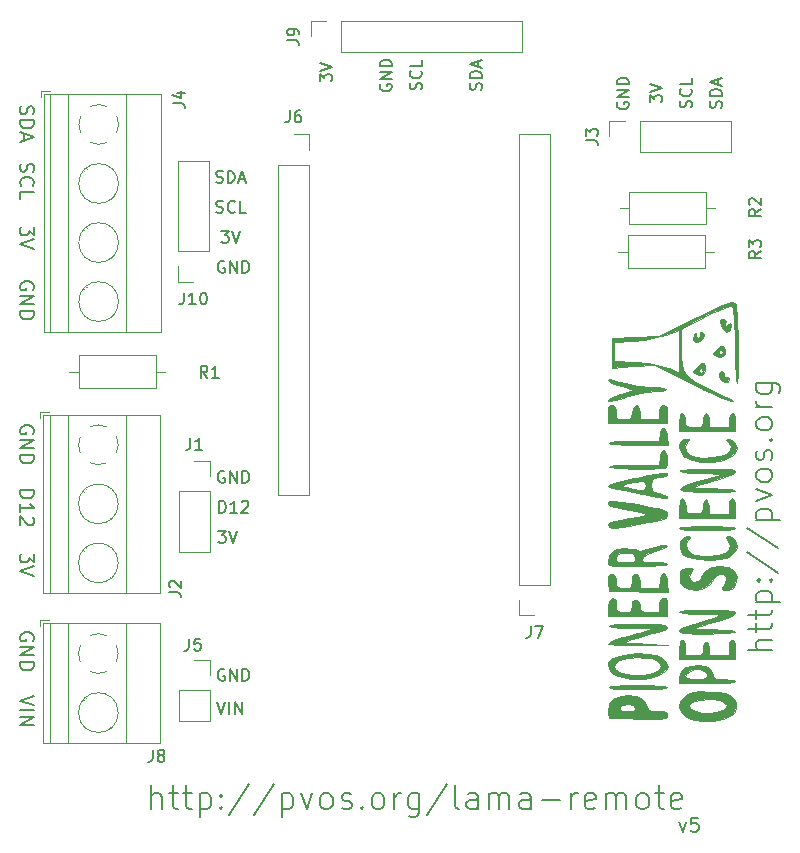
<source format=gbr>
%TF.GenerationSoftware,KiCad,Pcbnew,5.1.6-c6e7f7d~87~ubuntu18.04.1*%
%TF.CreationDate,2020-11-02T17:54:18-05:00*%
%TF.ProjectId,remote,72656d6f-7465-42e6-9b69-6361645f7063,rev?*%
%TF.SameCoordinates,Original*%
%TF.FileFunction,Legend,Top*%
%TF.FilePolarity,Positive*%
%FSLAX46Y46*%
G04 Gerber Fmt 4.6, Leading zero omitted, Abs format (unit mm)*
G04 Created by KiCad (PCBNEW 5.1.6-c6e7f7d~87~ubuntu18.04.1) date 2020-11-02 17:54:18*
%MOMM*%
%LPD*%
G01*
G04 APERTURE LIST*
%ADD10C,0.150000*%
%ADD11C,0.010000*%
%ADD12C,0.120000*%
G04 APERTURE END LIST*
D10*
X144414761Y-103281333D02*
X142414761Y-103281333D01*
X144414761Y-102424190D02*
X143367142Y-102424190D01*
X143176666Y-102519428D01*
X143081428Y-102709904D01*
X143081428Y-102995619D01*
X143176666Y-103186095D01*
X143271904Y-103281333D01*
X143081428Y-101757523D02*
X143081428Y-100995619D01*
X142414761Y-101471809D02*
X144129047Y-101471809D01*
X144319523Y-101376571D01*
X144414761Y-101186095D01*
X144414761Y-100995619D01*
X143081428Y-100614666D02*
X143081428Y-99852761D01*
X142414761Y-100328952D02*
X144129047Y-100328952D01*
X144319523Y-100233714D01*
X144414761Y-100043238D01*
X144414761Y-99852761D01*
X143081428Y-99186095D02*
X145081428Y-99186095D01*
X143176666Y-99186095D02*
X143081428Y-98995619D01*
X143081428Y-98614666D01*
X143176666Y-98424190D01*
X143271904Y-98328952D01*
X143462380Y-98233714D01*
X144033809Y-98233714D01*
X144224285Y-98328952D01*
X144319523Y-98424190D01*
X144414761Y-98614666D01*
X144414761Y-98995619D01*
X144319523Y-99186095D01*
X144224285Y-97376571D02*
X144319523Y-97281333D01*
X144414761Y-97376571D01*
X144319523Y-97471809D01*
X144224285Y-97376571D01*
X144414761Y-97376571D01*
X143176666Y-97376571D02*
X143271904Y-97281333D01*
X143367142Y-97376571D01*
X143271904Y-97471809D01*
X143176666Y-97376571D01*
X143367142Y-97376571D01*
X142319523Y-94995619D02*
X144890952Y-96709904D01*
X142319523Y-92900380D02*
X144890952Y-94614666D01*
X143081428Y-92233714D02*
X145081428Y-92233714D01*
X143176666Y-92233714D02*
X143081428Y-92043238D01*
X143081428Y-91662285D01*
X143176666Y-91471809D01*
X143271904Y-91376571D01*
X143462380Y-91281333D01*
X144033809Y-91281333D01*
X144224285Y-91376571D01*
X144319523Y-91471809D01*
X144414761Y-91662285D01*
X144414761Y-92043238D01*
X144319523Y-92233714D01*
X143081428Y-90614666D02*
X144414761Y-90138476D01*
X143081428Y-89662285D01*
X144414761Y-88614666D02*
X144319523Y-88805142D01*
X144224285Y-88900380D01*
X144033809Y-88995619D01*
X143462380Y-88995619D01*
X143271904Y-88900380D01*
X143176666Y-88805142D01*
X143081428Y-88614666D01*
X143081428Y-88328952D01*
X143176666Y-88138476D01*
X143271904Y-88043238D01*
X143462380Y-87948000D01*
X144033809Y-87948000D01*
X144224285Y-88043238D01*
X144319523Y-88138476D01*
X144414761Y-88328952D01*
X144414761Y-88614666D01*
X144319523Y-87186095D02*
X144414761Y-86995619D01*
X144414761Y-86614666D01*
X144319523Y-86424190D01*
X144129047Y-86328952D01*
X144033809Y-86328952D01*
X143843333Y-86424190D01*
X143748095Y-86614666D01*
X143748095Y-86900380D01*
X143652857Y-87090857D01*
X143462380Y-87186095D01*
X143367142Y-87186095D01*
X143176666Y-87090857D01*
X143081428Y-86900380D01*
X143081428Y-86614666D01*
X143176666Y-86424190D01*
X144224285Y-85471809D02*
X144319523Y-85376571D01*
X144414761Y-85471809D01*
X144319523Y-85567047D01*
X144224285Y-85471809D01*
X144414761Y-85471809D01*
X144414761Y-84233714D02*
X144319523Y-84424190D01*
X144224285Y-84519428D01*
X144033809Y-84614666D01*
X143462380Y-84614666D01*
X143271904Y-84519428D01*
X143176666Y-84424190D01*
X143081428Y-84233714D01*
X143081428Y-83948000D01*
X143176666Y-83757523D01*
X143271904Y-83662285D01*
X143462380Y-83567047D01*
X144033809Y-83567047D01*
X144224285Y-83662285D01*
X144319523Y-83757523D01*
X144414761Y-83948000D01*
X144414761Y-84233714D01*
X144414761Y-82709904D02*
X143081428Y-82709904D01*
X143462380Y-82709904D02*
X143271904Y-82614666D01*
X143176666Y-82519428D01*
X143081428Y-82328952D01*
X143081428Y-82138476D01*
X143081428Y-80614666D02*
X144700476Y-80614666D01*
X144890952Y-80709904D01*
X144986190Y-80805142D01*
X145081428Y-80995619D01*
X145081428Y-81281333D01*
X144986190Y-81471809D01*
X144319523Y-80614666D02*
X144414761Y-80805142D01*
X144414761Y-81186095D01*
X144319523Y-81376571D01*
X144224285Y-81471809D01*
X144033809Y-81567047D01*
X143462380Y-81567047D01*
X143271904Y-81471809D01*
X143176666Y-81376571D01*
X143081428Y-81186095D01*
X143081428Y-80805142D01*
X143176666Y-80614666D01*
X119784761Y-55824285D02*
X119832380Y-55681428D01*
X119832380Y-55443333D01*
X119784761Y-55348095D01*
X119737142Y-55300476D01*
X119641904Y-55252857D01*
X119546666Y-55252857D01*
X119451428Y-55300476D01*
X119403809Y-55348095D01*
X119356190Y-55443333D01*
X119308571Y-55633809D01*
X119260952Y-55729047D01*
X119213333Y-55776666D01*
X119118095Y-55824285D01*
X119022857Y-55824285D01*
X118927619Y-55776666D01*
X118880000Y-55729047D01*
X118832380Y-55633809D01*
X118832380Y-55395714D01*
X118880000Y-55252857D01*
X119832380Y-54824285D02*
X118832380Y-54824285D01*
X118832380Y-54586190D01*
X118880000Y-54443333D01*
X118975238Y-54348095D01*
X119070476Y-54300476D01*
X119260952Y-54252857D01*
X119403809Y-54252857D01*
X119594285Y-54300476D01*
X119689523Y-54348095D01*
X119784761Y-54443333D01*
X119832380Y-54586190D01*
X119832380Y-54824285D01*
X119546666Y-53871904D02*
X119546666Y-53395714D01*
X119832380Y-53967142D02*
X118832380Y-53633809D01*
X119832380Y-53300476D01*
X114704761Y-55800476D02*
X114752380Y-55657619D01*
X114752380Y-55419523D01*
X114704761Y-55324285D01*
X114657142Y-55276666D01*
X114561904Y-55229047D01*
X114466666Y-55229047D01*
X114371428Y-55276666D01*
X114323809Y-55324285D01*
X114276190Y-55419523D01*
X114228571Y-55610000D01*
X114180952Y-55705238D01*
X114133333Y-55752857D01*
X114038095Y-55800476D01*
X113942857Y-55800476D01*
X113847619Y-55752857D01*
X113800000Y-55705238D01*
X113752380Y-55610000D01*
X113752380Y-55371904D01*
X113800000Y-55229047D01*
X114657142Y-54229047D02*
X114704761Y-54276666D01*
X114752380Y-54419523D01*
X114752380Y-54514761D01*
X114704761Y-54657619D01*
X114609523Y-54752857D01*
X114514285Y-54800476D01*
X114323809Y-54848095D01*
X114180952Y-54848095D01*
X113990476Y-54800476D01*
X113895238Y-54752857D01*
X113800000Y-54657619D01*
X113752380Y-54514761D01*
X113752380Y-54419523D01*
X113800000Y-54276666D01*
X113847619Y-54229047D01*
X114752380Y-53324285D02*
X114752380Y-53800476D01*
X113752380Y-53800476D01*
X106132380Y-55117904D02*
X106132380Y-54498857D01*
X106513333Y-54832190D01*
X106513333Y-54689333D01*
X106560952Y-54594095D01*
X106608571Y-54546476D01*
X106703809Y-54498857D01*
X106941904Y-54498857D01*
X107037142Y-54546476D01*
X107084761Y-54594095D01*
X107132380Y-54689333D01*
X107132380Y-54975047D01*
X107084761Y-55070285D01*
X107037142Y-55117904D01*
X106132380Y-54213142D02*
X107132380Y-53879809D01*
X106132380Y-53546476D01*
X111260000Y-55371904D02*
X111212380Y-55467142D01*
X111212380Y-55610000D01*
X111260000Y-55752857D01*
X111355238Y-55848095D01*
X111450476Y-55895714D01*
X111640952Y-55943333D01*
X111783809Y-55943333D01*
X111974285Y-55895714D01*
X112069523Y-55848095D01*
X112164761Y-55752857D01*
X112212380Y-55610000D01*
X112212380Y-55514761D01*
X112164761Y-55371904D01*
X112117142Y-55324285D01*
X111783809Y-55324285D01*
X111783809Y-55514761D01*
X112212380Y-54895714D02*
X111212380Y-54895714D01*
X112212380Y-54324285D01*
X111212380Y-54324285D01*
X112212380Y-53848095D02*
X111212380Y-53848095D01*
X111212380Y-53610000D01*
X111260000Y-53467142D01*
X111355238Y-53371904D01*
X111450476Y-53324285D01*
X111640952Y-53276666D01*
X111783809Y-53276666D01*
X111974285Y-53324285D01*
X112069523Y-53371904D01*
X112164761Y-53467142D01*
X112212380Y-53610000D01*
X112212380Y-53848095D01*
X81937142Y-107143714D02*
X80737142Y-107543714D01*
X81937142Y-107943714D01*
X80737142Y-108343714D02*
X81937142Y-108343714D01*
X80737142Y-108915142D02*
X81937142Y-108915142D01*
X80737142Y-109600857D01*
X81937142Y-109600857D01*
X81880000Y-102463714D02*
X81937142Y-102349428D01*
X81937142Y-102178000D01*
X81880000Y-102006571D01*
X81765714Y-101892285D01*
X81651428Y-101835142D01*
X81422857Y-101778000D01*
X81251428Y-101778000D01*
X81022857Y-101835142D01*
X80908571Y-101892285D01*
X80794285Y-102006571D01*
X80737142Y-102178000D01*
X80737142Y-102292285D01*
X80794285Y-102463714D01*
X80851428Y-102520857D01*
X81251428Y-102520857D01*
X81251428Y-102292285D01*
X80737142Y-103035142D02*
X81937142Y-103035142D01*
X80737142Y-103720857D01*
X81937142Y-103720857D01*
X80737142Y-104292285D02*
X81937142Y-104292285D01*
X81937142Y-104578000D01*
X81880000Y-104749428D01*
X81765714Y-104863714D01*
X81651428Y-104920857D01*
X81422857Y-104978000D01*
X81251428Y-104978000D01*
X81022857Y-104920857D01*
X80908571Y-104863714D01*
X80794285Y-104749428D01*
X80737142Y-104578000D01*
X80737142Y-104292285D01*
X81937142Y-95097714D02*
X81937142Y-95840571D01*
X81480000Y-95440571D01*
X81480000Y-95612000D01*
X81422857Y-95726285D01*
X81365714Y-95783428D01*
X81251428Y-95840571D01*
X80965714Y-95840571D01*
X80851428Y-95783428D01*
X80794285Y-95726285D01*
X80737142Y-95612000D01*
X80737142Y-95269142D01*
X80794285Y-95154857D01*
X80851428Y-95097714D01*
X81937142Y-96183428D02*
X80737142Y-96583428D01*
X81937142Y-96983428D01*
X80737142Y-89728857D02*
X81937142Y-89728857D01*
X81937142Y-90014571D01*
X81880000Y-90186000D01*
X81765714Y-90300285D01*
X81651428Y-90357428D01*
X81422857Y-90414571D01*
X81251428Y-90414571D01*
X81022857Y-90357428D01*
X80908571Y-90300285D01*
X80794285Y-90186000D01*
X80737142Y-90014571D01*
X80737142Y-89728857D01*
X80737142Y-91557428D02*
X80737142Y-90871714D01*
X80737142Y-91214571D02*
X81937142Y-91214571D01*
X81765714Y-91100285D01*
X81651428Y-90986000D01*
X81594285Y-90871714D01*
X81822857Y-92014571D02*
X81880000Y-92071714D01*
X81937142Y-92186000D01*
X81937142Y-92471714D01*
X81880000Y-92586000D01*
X81822857Y-92643142D01*
X81708571Y-92700285D01*
X81594285Y-92700285D01*
X81422857Y-92643142D01*
X80737142Y-91957428D01*
X80737142Y-92700285D01*
X81880000Y-84937714D02*
X81937142Y-84823428D01*
X81937142Y-84652000D01*
X81880000Y-84480571D01*
X81765714Y-84366285D01*
X81651428Y-84309142D01*
X81422857Y-84252000D01*
X81251428Y-84252000D01*
X81022857Y-84309142D01*
X80908571Y-84366285D01*
X80794285Y-84480571D01*
X80737142Y-84652000D01*
X80737142Y-84766285D01*
X80794285Y-84937714D01*
X80851428Y-84994857D01*
X81251428Y-84994857D01*
X81251428Y-84766285D01*
X80737142Y-85509142D02*
X81937142Y-85509142D01*
X80737142Y-86194857D01*
X81937142Y-86194857D01*
X80737142Y-86766285D02*
X81937142Y-86766285D01*
X81937142Y-87052000D01*
X81880000Y-87223428D01*
X81765714Y-87337714D01*
X81651428Y-87394857D01*
X81422857Y-87452000D01*
X81251428Y-87452000D01*
X81022857Y-87394857D01*
X80908571Y-87337714D01*
X80794285Y-87223428D01*
X80737142Y-87052000D01*
X80737142Y-86766285D01*
X81880000Y-72745714D02*
X81937142Y-72631428D01*
X81937142Y-72460000D01*
X81880000Y-72288571D01*
X81765714Y-72174285D01*
X81651428Y-72117142D01*
X81422857Y-72060000D01*
X81251428Y-72060000D01*
X81022857Y-72117142D01*
X80908571Y-72174285D01*
X80794285Y-72288571D01*
X80737142Y-72460000D01*
X80737142Y-72574285D01*
X80794285Y-72745714D01*
X80851428Y-72802857D01*
X81251428Y-72802857D01*
X81251428Y-72574285D01*
X80737142Y-73317142D02*
X81937142Y-73317142D01*
X80737142Y-74002857D01*
X81937142Y-74002857D01*
X80737142Y-74574285D02*
X81937142Y-74574285D01*
X81937142Y-74860000D01*
X81880000Y-75031428D01*
X81765714Y-75145714D01*
X81651428Y-75202857D01*
X81422857Y-75260000D01*
X81251428Y-75260000D01*
X81022857Y-75202857D01*
X80908571Y-75145714D01*
X80794285Y-75031428D01*
X80737142Y-74860000D01*
X80737142Y-74574285D01*
X81937142Y-67411714D02*
X81937142Y-68154571D01*
X81480000Y-67754571D01*
X81480000Y-67926000D01*
X81422857Y-68040285D01*
X81365714Y-68097428D01*
X81251428Y-68154571D01*
X80965714Y-68154571D01*
X80851428Y-68097428D01*
X80794285Y-68040285D01*
X80737142Y-67926000D01*
X80737142Y-67583142D01*
X80794285Y-67468857D01*
X80851428Y-67411714D01*
X81937142Y-68497428D02*
X80737142Y-68897428D01*
X81937142Y-69297428D01*
X80794285Y-62071428D02*
X80737142Y-62242857D01*
X80737142Y-62528571D01*
X80794285Y-62642857D01*
X80851428Y-62700000D01*
X80965714Y-62757142D01*
X81080000Y-62757142D01*
X81194285Y-62700000D01*
X81251428Y-62642857D01*
X81308571Y-62528571D01*
X81365714Y-62300000D01*
X81422857Y-62185714D01*
X81480000Y-62128571D01*
X81594285Y-62071428D01*
X81708571Y-62071428D01*
X81822857Y-62128571D01*
X81880000Y-62185714D01*
X81937142Y-62300000D01*
X81937142Y-62585714D01*
X81880000Y-62757142D01*
X80851428Y-63957142D02*
X80794285Y-63900000D01*
X80737142Y-63728571D01*
X80737142Y-63614285D01*
X80794285Y-63442857D01*
X80908571Y-63328571D01*
X81022857Y-63271428D01*
X81251428Y-63214285D01*
X81422857Y-63214285D01*
X81651428Y-63271428D01*
X81765714Y-63328571D01*
X81880000Y-63442857D01*
X81937142Y-63614285D01*
X81937142Y-63728571D01*
X81880000Y-63900000D01*
X81822857Y-63957142D01*
X80737142Y-65042857D02*
X80737142Y-64471428D01*
X81937142Y-64471428D01*
X80794285Y-57216857D02*
X80737142Y-57388285D01*
X80737142Y-57674000D01*
X80794285Y-57788285D01*
X80851428Y-57845428D01*
X80965714Y-57902571D01*
X81080000Y-57902571D01*
X81194285Y-57845428D01*
X81251428Y-57788285D01*
X81308571Y-57674000D01*
X81365714Y-57445428D01*
X81422857Y-57331142D01*
X81480000Y-57274000D01*
X81594285Y-57216857D01*
X81708571Y-57216857D01*
X81822857Y-57274000D01*
X81880000Y-57331142D01*
X81937142Y-57445428D01*
X81937142Y-57731142D01*
X81880000Y-57902571D01*
X80737142Y-58416857D02*
X81937142Y-58416857D01*
X81937142Y-58702571D01*
X81880000Y-58874000D01*
X81765714Y-58988285D01*
X81651428Y-59045428D01*
X81422857Y-59102571D01*
X81251428Y-59102571D01*
X81022857Y-59045428D01*
X80908571Y-58988285D01*
X80794285Y-58874000D01*
X80737142Y-58702571D01*
X80737142Y-58416857D01*
X81080000Y-59559714D02*
X81080000Y-60131142D01*
X80737142Y-59445428D02*
X81937142Y-59845428D01*
X80737142Y-60245428D01*
X140104761Y-57348285D02*
X140152380Y-57205428D01*
X140152380Y-56967333D01*
X140104761Y-56872095D01*
X140057142Y-56824476D01*
X139961904Y-56776857D01*
X139866666Y-56776857D01*
X139771428Y-56824476D01*
X139723809Y-56872095D01*
X139676190Y-56967333D01*
X139628571Y-57157809D01*
X139580952Y-57253047D01*
X139533333Y-57300666D01*
X139438095Y-57348285D01*
X139342857Y-57348285D01*
X139247619Y-57300666D01*
X139200000Y-57253047D01*
X139152380Y-57157809D01*
X139152380Y-56919714D01*
X139200000Y-56776857D01*
X140152380Y-56348285D02*
X139152380Y-56348285D01*
X139152380Y-56110190D01*
X139200000Y-55967333D01*
X139295238Y-55872095D01*
X139390476Y-55824476D01*
X139580952Y-55776857D01*
X139723809Y-55776857D01*
X139914285Y-55824476D01*
X140009523Y-55872095D01*
X140104761Y-55967333D01*
X140152380Y-56110190D01*
X140152380Y-56348285D01*
X139866666Y-55395904D02*
X139866666Y-54919714D01*
X140152380Y-55491142D02*
X139152380Y-55157809D01*
X140152380Y-54824476D01*
X137564761Y-57324476D02*
X137612380Y-57181619D01*
X137612380Y-56943523D01*
X137564761Y-56848285D01*
X137517142Y-56800666D01*
X137421904Y-56753047D01*
X137326666Y-56753047D01*
X137231428Y-56800666D01*
X137183809Y-56848285D01*
X137136190Y-56943523D01*
X137088571Y-57134000D01*
X137040952Y-57229238D01*
X136993333Y-57276857D01*
X136898095Y-57324476D01*
X136802857Y-57324476D01*
X136707619Y-57276857D01*
X136660000Y-57229238D01*
X136612380Y-57134000D01*
X136612380Y-56895904D01*
X136660000Y-56753047D01*
X137517142Y-55753047D02*
X137564761Y-55800666D01*
X137612380Y-55943523D01*
X137612380Y-56038761D01*
X137564761Y-56181619D01*
X137469523Y-56276857D01*
X137374285Y-56324476D01*
X137183809Y-56372095D01*
X137040952Y-56372095D01*
X136850476Y-56324476D01*
X136755238Y-56276857D01*
X136660000Y-56181619D01*
X136612380Y-56038761D01*
X136612380Y-55943523D01*
X136660000Y-55800666D01*
X136707619Y-55753047D01*
X137612380Y-54848285D02*
X137612380Y-55324476D01*
X136612380Y-55324476D01*
X134072380Y-56895904D02*
X134072380Y-56276857D01*
X134453333Y-56610190D01*
X134453333Y-56467333D01*
X134500952Y-56372095D01*
X134548571Y-56324476D01*
X134643809Y-56276857D01*
X134881904Y-56276857D01*
X134977142Y-56324476D01*
X135024761Y-56372095D01*
X135072380Y-56467333D01*
X135072380Y-56753047D01*
X135024761Y-56848285D01*
X134977142Y-56895904D01*
X134072380Y-55991142D02*
X135072380Y-55657809D01*
X134072380Y-55324476D01*
X131326000Y-56895904D02*
X131278380Y-56991142D01*
X131278380Y-57134000D01*
X131326000Y-57276857D01*
X131421238Y-57372095D01*
X131516476Y-57419714D01*
X131706952Y-57467333D01*
X131849809Y-57467333D01*
X132040285Y-57419714D01*
X132135523Y-57372095D01*
X132230761Y-57276857D01*
X132278380Y-57134000D01*
X132278380Y-57038761D01*
X132230761Y-56895904D01*
X132183142Y-56848285D01*
X131849809Y-56848285D01*
X131849809Y-57038761D01*
X132278380Y-56419714D02*
X131278380Y-56419714D01*
X132278380Y-55848285D01*
X131278380Y-55848285D01*
X132278380Y-55372095D02*
X131278380Y-55372095D01*
X131278380Y-55134000D01*
X131326000Y-54991142D01*
X131421238Y-54895904D01*
X131516476Y-54848285D01*
X131706952Y-54800666D01*
X131849809Y-54800666D01*
X132040285Y-54848285D01*
X132135523Y-54895904D01*
X132230761Y-54991142D01*
X132278380Y-55134000D01*
X132278380Y-55372095D01*
X97456761Y-107656380D02*
X97790095Y-108656380D01*
X98123428Y-107656380D01*
X98456761Y-108656380D02*
X98456761Y-107656380D01*
X98932952Y-108656380D02*
X98932952Y-107656380D01*
X99504380Y-108656380D01*
X99504380Y-107656380D01*
X98044095Y-104910000D02*
X97948857Y-104862380D01*
X97806000Y-104862380D01*
X97663142Y-104910000D01*
X97567904Y-105005238D01*
X97520285Y-105100476D01*
X97472666Y-105290952D01*
X97472666Y-105433809D01*
X97520285Y-105624285D01*
X97567904Y-105719523D01*
X97663142Y-105814761D01*
X97806000Y-105862380D01*
X97901238Y-105862380D01*
X98044095Y-105814761D01*
X98091714Y-105767142D01*
X98091714Y-105433809D01*
X97901238Y-105433809D01*
X98520285Y-105862380D02*
X98520285Y-104862380D01*
X99091714Y-105862380D01*
X99091714Y-104862380D01*
X99567904Y-105862380D02*
X99567904Y-104862380D01*
X99806000Y-104862380D01*
X99948857Y-104910000D01*
X100044095Y-105005238D01*
X100091714Y-105100476D01*
X100139333Y-105290952D01*
X100139333Y-105433809D01*
X100091714Y-105624285D01*
X100044095Y-105719523D01*
X99948857Y-105814761D01*
X99806000Y-105862380D01*
X99567904Y-105862380D01*
X97337714Y-63650761D02*
X97480571Y-63698380D01*
X97718666Y-63698380D01*
X97813904Y-63650761D01*
X97861523Y-63603142D01*
X97909142Y-63507904D01*
X97909142Y-63412666D01*
X97861523Y-63317428D01*
X97813904Y-63269809D01*
X97718666Y-63222190D01*
X97528190Y-63174571D01*
X97432952Y-63126952D01*
X97385333Y-63079333D01*
X97337714Y-62984095D01*
X97337714Y-62888857D01*
X97385333Y-62793619D01*
X97432952Y-62746000D01*
X97528190Y-62698380D01*
X97766285Y-62698380D01*
X97909142Y-62746000D01*
X98337714Y-63698380D02*
X98337714Y-62698380D01*
X98575809Y-62698380D01*
X98718666Y-62746000D01*
X98813904Y-62841238D01*
X98861523Y-62936476D01*
X98909142Y-63126952D01*
X98909142Y-63269809D01*
X98861523Y-63460285D01*
X98813904Y-63555523D01*
X98718666Y-63650761D01*
X98575809Y-63698380D01*
X98337714Y-63698380D01*
X99290095Y-63412666D02*
X99766285Y-63412666D01*
X99194857Y-63698380D02*
X99528190Y-62698380D01*
X99861523Y-63698380D01*
X97361523Y-66190761D02*
X97504380Y-66238380D01*
X97742476Y-66238380D01*
X97837714Y-66190761D01*
X97885333Y-66143142D01*
X97932952Y-66047904D01*
X97932952Y-65952666D01*
X97885333Y-65857428D01*
X97837714Y-65809809D01*
X97742476Y-65762190D01*
X97552000Y-65714571D01*
X97456761Y-65666952D01*
X97409142Y-65619333D01*
X97361523Y-65524095D01*
X97361523Y-65428857D01*
X97409142Y-65333619D01*
X97456761Y-65286000D01*
X97552000Y-65238380D01*
X97790095Y-65238380D01*
X97932952Y-65286000D01*
X98932952Y-66143142D02*
X98885333Y-66190761D01*
X98742476Y-66238380D01*
X98647238Y-66238380D01*
X98504380Y-66190761D01*
X98409142Y-66095523D01*
X98361523Y-66000285D01*
X98313904Y-65809809D01*
X98313904Y-65666952D01*
X98361523Y-65476476D01*
X98409142Y-65381238D01*
X98504380Y-65286000D01*
X98647238Y-65238380D01*
X98742476Y-65238380D01*
X98885333Y-65286000D01*
X98932952Y-65333619D01*
X99837714Y-66238380D02*
X99361523Y-66238380D01*
X99361523Y-65238380D01*
X97790095Y-67778380D02*
X98409142Y-67778380D01*
X98075809Y-68159333D01*
X98218666Y-68159333D01*
X98313904Y-68206952D01*
X98361523Y-68254571D01*
X98409142Y-68349809D01*
X98409142Y-68587904D01*
X98361523Y-68683142D01*
X98313904Y-68730761D01*
X98218666Y-68778380D01*
X97932952Y-68778380D01*
X97837714Y-68730761D01*
X97790095Y-68683142D01*
X98694857Y-67778380D02*
X99028190Y-68778380D01*
X99361523Y-67778380D01*
X98044095Y-70366000D02*
X97948857Y-70318380D01*
X97806000Y-70318380D01*
X97663142Y-70366000D01*
X97567904Y-70461238D01*
X97520285Y-70556476D01*
X97472666Y-70746952D01*
X97472666Y-70889809D01*
X97520285Y-71080285D01*
X97567904Y-71175523D01*
X97663142Y-71270761D01*
X97806000Y-71318380D01*
X97901238Y-71318380D01*
X98044095Y-71270761D01*
X98091714Y-71223142D01*
X98091714Y-70889809D01*
X97901238Y-70889809D01*
X98520285Y-71318380D02*
X98520285Y-70318380D01*
X99091714Y-71318380D01*
X99091714Y-70318380D01*
X99567904Y-71318380D02*
X99567904Y-70318380D01*
X99806000Y-70318380D01*
X99948857Y-70366000D01*
X100044095Y-70461238D01*
X100091714Y-70556476D01*
X100139333Y-70746952D01*
X100139333Y-70889809D01*
X100091714Y-71080285D01*
X100044095Y-71175523D01*
X99948857Y-71270761D01*
X99806000Y-71318380D01*
X99567904Y-71318380D01*
X97536095Y-93178380D02*
X98155142Y-93178380D01*
X97821809Y-93559333D01*
X97964666Y-93559333D01*
X98059904Y-93606952D01*
X98107523Y-93654571D01*
X98155142Y-93749809D01*
X98155142Y-93987904D01*
X98107523Y-94083142D01*
X98059904Y-94130761D01*
X97964666Y-94178380D01*
X97678952Y-94178380D01*
X97583714Y-94130761D01*
X97536095Y-94083142D01*
X98440857Y-93178380D02*
X98774190Y-94178380D01*
X99107523Y-93178380D01*
X97591714Y-91638380D02*
X97591714Y-90638380D01*
X97829809Y-90638380D01*
X97972666Y-90686000D01*
X98067904Y-90781238D01*
X98115523Y-90876476D01*
X98163142Y-91066952D01*
X98163142Y-91209809D01*
X98115523Y-91400285D01*
X98067904Y-91495523D01*
X97972666Y-91590761D01*
X97829809Y-91638380D01*
X97591714Y-91638380D01*
X99115523Y-91638380D02*
X98544095Y-91638380D01*
X98829809Y-91638380D02*
X98829809Y-90638380D01*
X98734571Y-90781238D01*
X98639333Y-90876476D01*
X98544095Y-90924095D01*
X99496476Y-90733619D02*
X99544095Y-90686000D01*
X99639333Y-90638380D01*
X99877428Y-90638380D01*
X99972666Y-90686000D01*
X100020285Y-90733619D01*
X100067904Y-90828857D01*
X100067904Y-90924095D01*
X100020285Y-91066952D01*
X99448857Y-91638380D01*
X100067904Y-91638380D01*
X98044095Y-88146000D02*
X97948857Y-88098380D01*
X97806000Y-88098380D01*
X97663142Y-88146000D01*
X97567904Y-88241238D01*
X97520285Y-88336476D01*
X97472666Y-88526952D01*
X97472666Y-88669809D01*
X97520285Y-88860285D01*
X97567904Y-88955523D01*
X97663142Y-89050761D01*
X97806000Y-89098380D01*
X97901238Y-89098380D01*
X98044095Y-89050761D01*
X98091714Y-89003142D01*
X98091714Y-88669809D01*
X97901238Y-88669809D01*
X98520285Y-89098380D02*
X98520285Y-88098380D01*
X99091714Y-89098380D01*
X99091714Y-88098380D01*
X99567904Y-89098380D02*
X99567904Y-88098380D01*
X99806000Y-88098380D01*
X99948857Y-88146000D01*
X100044095Y-88241238D01*
X100091714Y-88336476D01*
X100139333Y-88526952D01*
X100139333Y-88669809D01*
X100091714Y-88860285D01*
X100044095Y-88955523D01*
X99948857Y-89050761D01*
X99806000Y-89098380D01*
X99567904Y-89098380D01*
X136556857Y-117852857D02*
X136842571Y-118652857D01*
X137128285Y-117852857D01*
X138156857Y-117452857D02*
X137585428Y-117452857D01*
X137528285Y-118024285D01*
X137585428Y-117967142D01*
X137699714Y-117910000D01*
X137985428Y-117910000D01*
X138099714Y-117967142D01*
X138156857Y-118024285D01*
X138214000Y-118138571D01*
X138214000Y-118424285D01*
X138156857Y-118538571D01*
X138099714Y-118595714D01*
X137985428Y-118652857D01*
X137699714Y-118652857D01*
X137585428Y-118595714D01*
X137528285Y-118538571D01*
X91871428Y-116728761D02*
X91871428Y-114728761D01*
X92728571Y-116728761D02*
X92728571Y-115681142D01*
X92633333Y-115490666D01*
X92442857Y-115395428D01*
X92157142Y-115395428D01*
X91966666Y-115490666D01*
X91871428Y-115585904D01*
X93395238Y-115395428D02*
X94157142Y-115395428D01*
X93680952Y-114728761D02*
X93680952Y-116443047D01*
X93776190Y-116633523D01*
X93966666Y-116728761D01*
X94157142Y-116728761D01*
X94538095Y-115395428D02*
X95300000Y-115395428D01*
X94823809Y-114728761D02*
X94823809Y-116443047D01*
X94919047Y-116633523D01*
X95109523Y-116728761D01*
X95300000Y-116728761D01*
X95966666Y-115395428D02*
X95966666Y-117395428D01*
X95966666Y-115490666D02*
X96157142Y-115395428D01*
X96538095Y-115395428D01*
X96728571Y-115490666D01*
X96823809Y-115585904D01*
X96919047Y-115776380D01*
X96919047Y-116347809D01*
X96823809Y-116538285D01*
X96728571Y-116633523D01*
X96538095Y-116728761D01*
X96157142Y-116728761D01*
X95966666Y-116633523D01*
X97776190Y-116538285D02*
X97871428Y-116633523D01*
X97776190Y-116728761D01*
X97680952Y-116633523D01*
X97776190Y-116538285D01*
X97776190Y-116728761D01*
X97776190Y-115490666D02*
X97871428Y-115585904D01*
X97776190Y-115681142D01*
X97680952Y-115585904D01*
X97776190Y-115490666D01*
X97776190Y-115681142D01*
X100157142Y-114633523D02*
X98442857Y-117204952D01*
X102252380Y-114633523D02*
X100538095Y-117204952D01*
X102919047Y-115395428D02*
X102919047Y-117395428D01*
X102919047Y-115490666D02*
X103109523Y-115395428D01*
X103490476Y-115395428D01*
X103680952Y-115490666D01*
X103776190Y-115585904D01*
X103871428Y-115776380D01*
X103871428Y-116347809D01*
X103776190Y-116538285D01*
X103680952Y-116633523D01*
X103490476Y-116728761D01*
X103109523Y-116728761D01*
X102919047Y-116633523D01*
X104538095Y-115395428D02*
X105014285Y-116728761D01*
X105490476Y-115395428D01*
X106538095Y-116728761D02*
X106347619Y-116633523D01*
X106252380Y-116538285D01*
X106157142Y-116347809D01*
X106157142Y-115776380D01*
X106252380Y-115585904D01*
X106347619Y-115490666D01*
X106538095Y-115395428D01*
X106823809Y-115395428D01*
X107014285Y-115490666D01*
X107109523Y-115585904D01*
X107204761Y-115776380D01*
X107204761Y-116347809D01*
X107109523Y-116538285D01*
X107014285Y-116633523D01*
X106823809Y-116728761D01*
X106538095Y-116728761D01*
X107966666Y-116633523D02*
X108157142Y-116728761D01*
X108538095Y-116728761D01*
X108728571Y-116633523D01*
X108823809Y-116443047D01*
X108823809Y-116347809D01*
X108728571Y-116157333D01*
X108538095Y-116062095D01*
X108252380Y-116062095D01*
X108061904Y-115966857D01*
X107966666Y-115776380D01*
X107966666Y-115681142D01*
X108061904Y-115490666D01*
X108252380Y-115395428D01*
X108538095Y-115395428D01*
X108728571Y-115490666D01*
X109680952Y-116538285D02*
X109776190Y-116633523D01*
X109680952Y-116728761D01*
X109585714Y-116633523D01*
X109680952Y-116538285D01*
X109680952Y-116728761D01*
X110919047Y-116728761D02*
X110728571Y-116633523D01*
X110633333Y-116538285D01*
X110538095Y-116347809D01*
X110538095Y-115776380D01*
X110633333Y-115585904D01*
X110728571Y-115490666D01*
X110919047Y-115395428D01*
X111204761Y-115395428D01*
X111395238Y-115490666D01*
X111490476Y-115585904D01*
X111585714Y-115776380D01*
X111585714Y-116347809D01*
X111490476Y-116538285D01*
X111395238Y-116633523D01*
X111204761Y-116728761D01*
X110919047Y-116728761D01*
X112442857Y-116728761D02*
X112442857Y-115395428D01*
X112442857Y-115776380D02*
X112538095Y-115585904D01*
X112633333Y-115490666D01*
X112823809Y-115395428D01*
X113014285Y-115395428D01*
X114538095Y-115395428D02*
X114538095Y-117014476D01*
X114442857Y-117204952D01*
X114347619Y-117300190D01*
X114157142Y-117395428D01*
X113871428Y-117395428D01*
X113680952Y-117300190D01*
X114538095Y-116633523D02*
X114347619Y-116728761D01*
X113966666Y-116728761D01*
X113776190Y-116633523D01*
X113680952Y-116538285D01*
X113585714Y-116347809D01*
X113585714Y-115776380D01*
X113680952Y-115585904D01*
X113776190Y-115490666D01*
X113966666Y-115395428D01*
X114347619Y-115395428D01*
X114538095Y-115490666D01*
X116919047Y-114633523D02*
X115204761Y-117204952D01*
X117871428Y-116728761D02*
X117680952Y-116633523D01*
X117585714Y-116443047D01*
X117585714Y-114728761D01*
X119490476Y-116728761D02*
X119490476Y-115681142D01*
X119395238Y-115490666D01*
X119204761Y-115395428D01*
X118823809Y-115395428D01*
X118633333Y-115490666D01*
X119490476Y-116633523D02*
X119300000Y-116728761D01*
X118823809Y-116728761D01*
X118633333Y-116633523D01*
X118538095Y-116443047D01*
X118538095Y-116252571D01*
X118633333Y-116062095D01*
X118823809Y-115966857D01*
X119300000Y-115966857D01*
X119490476Y-115871619D01*
X120442857Y-116728761D02*
X120442857Y-115395428D01*
X120442857Y-115585904D02*
X120538095Y-115490666D01*
X120728571Y-115395428D01*
X121014285Y-115395428D01*
X121204761Y-115490666D01*
X121300000Y-115681142D01*
X121300000Y-116728761D01*
X121300000Y-115681142D02*
X121395238Y-115490666D01*
X121585714Y-115395428D01*
X121871428Y-115395428D01*
X122061904Y-115490666D01*
X122157142Y-115681142D01*
X122157142Y-116728761D01*
X123966666Y-116728761D02*
X123966666Y-115681142D01*
X123871428Y-115490666D01*
X123680952Y-115395428D01*
X123300000Y-115395428D01*
X123109523Y-115490666D01*
X123966666Y-116633523D02*
X123776190Y-116728761D01*
X123300000Y-116728761D01*
X123109523Y-116633523D01*
X123014285Y-116443047D01*
X123014285Y-116252571D01*
X123109523Y-116062095D01*
X123300000Y-115966857D01*
X123776190Y-115966857D01*
X123966666Y-115871619D01*
X124919047Y-115966857D02*
X126442857Y-115966857D01*
X127395238Y-116728761D02*
X127395238Y-115395428D01*
X127395238Y-115776380D02*
X127490476Y-115585904D01*
X127585714Y-115490666D01*
X127776190Y-115395428D01*
X127966666Y-115395428D01*
X129395238Y-116633523D02*
X129204761Y-116728761D01*
X128823809Y-116728761D01*
X128633333Y-116633523D01*
X128538095Y-116443047D01*
X128538095Y-115681142D01*
X128633333Y-115490666D01*
X128823809Y-115395428D01*
X129204761Y-115395428D01*
X129395238Y-115490666D01*
X129490476Y-115681142D01*
X129490476Y-115871619D01*
X128538095Y-116062095D01*
X130347619Y-116728761D02*
X130347619Y-115395428D01*
X130347619Y-115585904D02*
X130442857Y-115490666D01*
X130633333Y-115395428D01*
X130919047Y-115395428D01*
X131109523Y-115490666D01*
X131204761Y-115681142D01*
X131204761Y-116728761D01*
X131204761Y-115681142D02*
X131300000Y-115490666D01*
X131490476Y-115395428D01*
X131776190Y-115395428D01*
X131966666Y-115490666D01*
X132061904Y-115681142D01*
X132061904Y-116728761D01*
X133300000Y-116728761D02*
X133109523Y-116633523D01*
X133014285Y-116538285D01*
X132919047Y-116347809D01*
X132919047Y-115776380D01*
X133014285Y-115585904D01*
X133109523Y-115490666D01*
X133300000Y-115395428D01*
X133585714Y-115395428D01*
X133776190Y-115490666D01*
X133871428Y-115585904D01*
X133966666Y-115776380D01*
X133966666Y-116347809D01*
X133871428Y-116538285D01*
X133776190Y-116633523D01*
X133585714Y-116728761D01*
X133300000Y-116728761D01*
X134538095Y-115395428D02*
X135300000Y-115395428D01*
X134823809Y-114728761D02*
X134823809Y-116443047D01*
X134919047Y-116633523D01*
X135109523Y-116728761D01*
X135300000Y-116728761D01*
X136728571Y-116633523D02*
X136538095Y-116728761D01*
X136157142Y-116728761D01*
X135966666Y-116633523D01*
X135871428Y-116443047D01*
X135871428Y-115681142D01*
X135966666Y-115490666D01*
X136157142Y-115395428D01*
X136538095Y-115395428D01*
X136728571Y-115490666D01*
X136823809Y-115681142D01*
X136823809Y-115871619D01*
X135871428Y-116062095D01*
D11*
%TO.C,G\u002A\u002A\u002A*%
G36*
X132835915Y-76760117D02*
G01*
X134828188Y-76659947D01*
X137730700Y-75220530D01*
X138651857Y-74771220D01*
X139484509Y-74379197D01*
X140176461Y-74067908D01*
X140675522Y-73860799D01*
X140929495Y-73781317D01*
X140935000Y-73781113D01*
X141245020Y-73919286D01*
X141347851Y-74070539D01*
X141395674Y-74357690D01*
X141438182Y-74912246D01*
X141474115Y-75665210D01*
X141502210Y-76547588D01*
X141521206Y-77490385D01*
X141529841Y-78424604D01*
X141526854Y-79281251D01*
X141510983Y-79991331D01*
X141480966Y-80485848D01*
X141467138Y-80593696D01*
X141430443Y-80643366D01*
X141391444Y-80390038D01*
X141352415Y-79867110D01*
X141315625Y-79107976D01*
X141283346Y-78146032D01*
X141272782Y-77736204D01*
X141242330Y-76553411D01*
X141212045Y-75664711D01*
X141177474Y-75027803D01*
X141134168Y-74600390D01*
X141077677Y-74340171D01*
X141003551Y-74204846D01*
X140907338Y-74152117D01*
X140895435Y-74149585D01*
X140640362Y-74200930D01*
X140154669Y-74381669D01*
X139505302Y-74664235D01*
X138759205Y-75021059D01*
X138666627Y-75067421D01*
X136731060Y-76041537D01*
X136732911Y-77392451D01*
X136740103Y-78360926D01*
X136780517Y-79061285D01*
X136887042Y-79561836D01*
X137092564Y-79930885D01*
X137429971Y-80236741D01*
X137932148Y-80547712D01*
X138367567Y-80787704D01*
X139094299Y-81170794D01*
X139811965Y-81527156D01*
X140402105Y-81798694D01*
X140573798Y-81869716D01*
X140997277Y-82056070D01*
X141099512Y-82159284D01*
X140976641Y-82183841D01*
X140714769Y-82113113D01*
X140205705Y-81911236D01*
X139501301Y-81601182D01*
X138653412Y-81205923D01*
X137713889Y-80748430D01*
X137533641Y-80658540D01*
X136562848Y-80172576D01*
X136562848Y-79818130D01*
X136562848Y-76194571D01*
X135432397Y-76575002D01*
X134598805Y-76795573D01*
X133586178Y-76972960D01*
X132656900Y-77072062D01*
X131011855Y-77188690D01*
X131011855Y-78790701D01*
X132904239Y-78907877D01*
X133907507Y-78989174D01*
X134666221Y-79101196D01*
X135271969Y-79260895D01*
X135679735Y-79421592D01*
X136562848Y-79818130D01*
X136562848Y-80172576D01*
X134470888Y-79125371D01*
X132657266Y-79242916D01*
X130843643Y-79360462D01*
X130843643Y-76860288D01*
X132835915Y-76760117D01*
G37*
X132835915Y-76760117D02*
X134828188Y-76659947D01*
X137730700Y-75220530D01*
X138651857Y-74771220D01*
X139484509Y-74379197D01*
X140176461Y-74067908D01*
X140675522Y-73860799D01*
X140929495Y-73781317D01*
X140935000Y-73781113D01*
X141245020Y-73919286D01*
X141347851Y-74070539D01*
X141395674Y-74357690D01*
X141438182Y-74912246D01*
X141474115Y-75665210D01*
X141502210Y-76547588D01*
X141521206Y-77490385D01*
X141529841Y-78424604D01*
X141526854Y-79281251D01*
X141510983Y-79991331D01*
X141480966Y-80485848D01*
X141467138Y-80593696D01*
X141430443Y-80643366D01*
X141391444Y-80390038D01*
X141352415Y-79867110D01*
X141315625Y-79107976D01*
X141283346Y-78146032D01*
X141272782Y-77736204D01*
X141242330Y-76553411D01*
X141212045Y-75664711D01*
X141177474Y-75027803D01*
X141134168Y-74600390D01*
X141077677Y-74340171D01*
X141003551Y-74204846D01*
X140907338Y-74152117D01*
X140895435Y-74149585D01*
X140640362Y-74200930D01*
X140154669Y-74381669D01*
X139505302Y-74664235D01*
X138759205Y-75021059D01*
X138666627Y-75067421D01*
X136731060Y-76041537D01*
X136732911Y-77392451D01*
X136740103Y-78360926D01*
X136780517Y-79061285D01*
X136887042Y-79561836D01*
X137092564Y-79930885D01*
X137429971Y-80236741D01*
X137932148Y-80547712D01*
X138367567Y-80787704D01*
X139094299Y-81170794D01*
X139811965Y-81527156D01*
X140402105Y-81798694D01*
X140573798Y-81869716D01*
X140997277Y-82056070D01*
X141099512Y-82159284D01*
X140976641Y-82183841D01*
X140714769Y-82113113D01*
X140205705Y-81911236D01*
X139501301Y-81601182D01*
X138653412Y-81205923D01*
X137713889Y-80748430D01*
X137533641Y-80658540D01*
X136562848Y-80172576D01*
X136562848Y-79818130D01*
X136562848Y-76194571D01*
X135432397Y-76575002D01*
X134598805Y-76795573D01*
X133586178Y-76972960D01*
X132656900Y-77072062D01*
X131011855Y-77188690D01*
X131011855Y-78790701D01*
X132904239Y-78907877D01*
X133907507Y-78989174D01*
X134666221Y-79101196D01*
X135271969Y-79260895D01*
X135679735Y-79421592D01*
X136562848Y-79818130D01*
X136562848Y-80172576D01*
X134470888Y-79125371D01*
X132657266Y-79242916D01*
X130843643Y-79360462D01*
X130843643Y-76860288D01*
X132835915Y-76760117D01*
G36*
X136647570Y-107571562D02*
G01*
X137014005Y-107141315D01*
X137109537Y-107076468D01*
X137439745Y-106904929D01*
X137811727Y-106808128D01*
X138321416Y-106772101D01*
X139064743Y-106782881D01*
X139114749Y-106784570D01*
X139851143Y-106821076D01*
X140340018Y-106883700D01*
X140670244Y-106993951D01*
X140930695Y-107173337D01*
X141007133Y-107242554D01*
X141358906Y-107688715D01*
X141404560Y-108124332D01*
X141250488Y-108490583D01*
X140865602Y-108849947D01*
X140232483Y-109109437D01*
X139428476Y-109253921D01*
X139106286Y-109259069D01*
X139106286Y-108602333D01*
X139689877Y-108543303D01*
X140157147Y-108382509D01*
X140226082Y-108339124D01*
X140521424Y-108112585D01*
X140562051Y-107949608D01*
X140369549Y-107721822D01*
X140335601Y-107687830D01*
X139976331Y-107507545D01*
X139341362Y-107428592D01*
X139062953Y-107423497D01*
X138207656Y-107480644D01*
X137656083Y-107650473D01*
X137414934Y-107930566D01*
X137403908Y-108022321D01*
X137555186Y-108269591D01*
X137949181Y-108455401D01*
X138496135Y-108569674D01*
X139106286Y-108602333D01*
X139106286Y-109259069D01*
X138530925Y-109268263D01*
X137773008Y-109171026D01*
X137146727Y-108927525D01*
X136735809Y-108533735D01*
X136562130Y-108058724D01*
X136647570Y-107571562D01*
G37*
X136647570Y-107571562D02*
X137014005Y-107141315D01*
X137109537Y-107076468D01*
X137439745Y-106904929D01*
X137811727Y-106808128D01*
X138321416Y-106772101D01*
X139064743Y-106782881D01*
X139114749Y-106784570D01*
X139851143Y-106821076D01*
X140340018Y-106883700D01*
X140670244Y-106993951D01*
X140930695Y-107173337D01*
X141007133Y-107242554D01*
X141358906Y-107688715D01*
X141404560Y-108124332D01*
X141250488Y-108490583D01*
X140865602Y-108849947D01*
X140232483Y-109109437D01*
X139428476Y-109253921D01*
X139106286Y-109259069D01*
X139106286Y-108602333D01*
X139689877Y-108543303D01*
X140157147Y-108382509D01*
X140226082Y-108339124D01*
X140521424Y-108112585D01*
X140562051Y-107949608D01*
X140369549Y-107721822D01*
X140335601Y-107687830D01*
X139976331Y-107507545D01*
X139341362Y-107428592D01*
X139062953Y-107423497D01*
X138207656Y-107480644D01*
X137656083Y-107650473D01*
X137414934Y-107930566D01*
X137403908Y-108022321D01*
X137555186Y-108269591D01*
X137949181Y-108455401D01*
X138496135Y-108569674D01*
X139106286Y-108602333D01*
X139106286Y-109259069D01*
X138530925Y-109268263D01*
X137773008Y-109171026D01*
X137146727Y-108927525D01*
X136735809Y-108533735D01*
X136562130Y-108058724D01*
X136647570Y-107571562D01*
G36*
X136595700Y-97020428D02*
G01*
X136660365Y-96609157D01*
X136831359Y-96423723D01*
X137214495Y-96353541D01*
X137235696Y-96351570D01*
X137606153Y-96337236D01*
X137694261Y-96404761D01*
X137614173Y-96511372D01*
X137444023Y-96844691D01*
X137403908Y-97112106D01*
X137521294Y-97415698D01*
X137798114Y-97523792D01*
X138121363Y-97438267D01*
X138378034Y-97161002D01*
X138406725Y-97095439D01*
X138764827Y-96586626D01*
X139325709Y-96260240D01*
X139992169Y-96146425D01*
X140667005Y-96275322D01*
X140821258Y-96346692D01*
X141269167Y-96684258D01*
X141425283Y-97108175D01*
X141309676Y-97683503D01*
X141267540Y-97793365D01*
X141024228Y-98091634D01*
X140615330Y-98171841D01*
X140274505Y-98151196D01*
X140210291Y-98024444D01*
X140344281Y-97730382D01*
X140482752Y-97336807D01*
X140484521Y-97057535D01*
X140260211Y-96856255D01*
X139918385Y-96840327D01*
X139611275Y-96994062D01*
X139507949Y-97158182D01*
X139191019Y-97650328D01*
X138662074Y-97992142D01*
X138023052Y-98154179D01*
X137375891Y-98106995D01*
X136927499Y-97903540D01*
X136660373Y-97624911D01*
X136585384Y-97227580D01*
X136595700Y-97020428D01*
G37*
X136595700Y-97020428D02*
X136660365Y-96609157D01*
X136831359Y-96423723D01*
X137214495Y-96353541D01*
X137235696Y-96351570D01*
X137606153Y-96337236D01*
X137694261Y-96404761D01*
X137614173Y-96511372D01*
X137444023Y-96844691D01*
X137403908Y-97112106D01*
X137521294Y-97415698D01*
X137798114Y-97523792D01*
X138121363Y-97438267D01*
X138378034Y-97161002D01*
X138406725Y-97095439D01*
X138764827Y-96586626D01*
X139325709Y-96260240D01*
X139992169Y-96146425D01*
X140667005Y-96275322D01*
X140821258Y-96346692D01*
X141269167Y-96684258D01*
X141425283Y-97108175D01*
X141309676Y-97683503D01*
X141267540Y-97793365D01*
X141024228Y-98091634D01*
X140615330Y-98171841D01*
X140274505Y-98151196D01*
X140210291Y-98024444D01*
X140344281Y-97730382D01*
X140482752Y-97336807D01*
X140484521Y-97057535D01*
X140260211Y-96856255D01*
X139918385Y-96840327D01*
X139611275Y-96994062D01*
X139507949Y-97158182D01*
X139191019Y-97650328D01*
X138662074Y-97992142D01*
X138023052Y-98154179D01*
X137375891Y-98106995D01*
X136927499Y-97903540D01*
X136660373Y-97624911D01*
X136585384Y-97227580D01*
X136595700Y-97020428D01*
G36*
X136649395Y-94059300D02*
G01*
X136925795Y-93720494D01*
X137268308Y-93630120D01*
X137491502Y-93654126D01*
X137440421Y-93781155D01*
X137322865Y-93903404D01*
X137109660Y-94312867D01*
X137189428Y-94738945D01*
X137540652Y-95078756D01*
X137572120Y-95095284D01*
X137976843Y-95215141D01*
X138559674Y-95293141D01*
X138951953Y-95309759D01*
X139837580Y-95245520D01*
X140457606Y-95055781D01*
X140795392Y-94752869D01*
X140834295Y-94349107D01*
X140683978Y-94026948D01*
X140520059Y-93743987D01*
X140569576Y-93642455D01*
X140758350Y-93630120D01*
X141102750Y-93777889D01*
X141360505Y-94139608D01*
X141440994Y-94514905D01*
X141326801Y-94780022D01*
X141047790Y-95117409D01*
X141007013Y-95156758D01*
X140738794Y-95367126D01*
X140421666Y-95497419D01*
X139962309Y-95571283D01*
X139267403Y-95612365D01*
X139198734Y-95614947D01*
X138111284Y-95588807D01*
X137320722Y-95417435D01*
X136818970Y-95097646D01*
X136597951Y-94626253D01*
X136592746Y-94587166D01*
X136649395Y-94059300D01*
G37*
X136649395Y-94059300D02*
X136925795Y-93720494D01*
X137268308Y-93630120D01*
X137491502Y-93654126D01*
X137440421Y-93781155D01*
X137322865Y-93903404D01*
X137109660Y-94312867D01*
X137189428Y-94738945D01*
X137540652Y-95078756D01*
X137572120Y-95095284D01*
X137976843Y-95215141D01*
X138559674Y-95293141D01*
X138951953Y-95309759D01*
X139837580Y-95245520D01*
X140457606Y-95055781D01*
X140795392Y-94752869D01*
X140834295Y-94349107D01*
X140683978Y-94026948D01*
X140520059Y-93743987D01*
X140569576Y-93642455D01*
X140758350Y-93630120D01*
X141102750Y-93777889D01*
X141360505Y-94139608D01*
X141440994Y-94514905D01*
X141326801Y-94780022D01*
X141047790Y-95117409D01*
X141007013Y-95156758D01*
X140738794Y-95367126D01*
X140421666Y-95497419D01*
X139962309Y-95571283D01*
X139267403Y-95612365D01*
X139198734Y-95614947D01*
X138111284Y-95588807D01*
X137320722Y-95417435D01*
X136818970Y-95097646D01*
X136597951Y-94626253D01*
X136592746Y-94587166D01*
X136649395Y-94059300D01*
G36*
X136641042Y-85673799D02*
G01*
X136902317Y-85427960D01*
X137119123Y-85387736D01*
X137352579Y-85425968D01*
X137288290Y-85570206D01*
X137269338Y-85589590D01*
X137077340Y-85986782D01*
X137141370Y-86424583D01*
X137439032Y-86754761D01*
X137445961Y-86758571D01*
X137942802Y-86910506D01*
X138623909Y-86975992D01*
X139360648Y-86958041D01*
X140024385Y-86859666D01*
X140481018Y-86687500D01*
X140855322Y-86338027D01*
X140898239Y-85982642D01*
X140672025Y-85652069D01*
X140504892Y-85451439D01*
X140615098Y-85390925D01*
X140750213Y-85387736D01*
X141091559Y-85531865D01*
X141358751Y-85873217D01*
X141440994Y-86199101D01*
X141343203Y-86437200D01*
X141146623Y-86717317D01*
X140687975Y-87045555D01*
X140008640Y-87260392D01*
X139206014Y-87357992D01*
X138377493Y-87334517D01*
X137620475Y-87186128D01*
X137032354Y-86908988D01*
X136995217Y-86880902D01*
X136679581Y-86495603D01*
X136564159Y-86061458D01*
X136641042Y-85673799D01*
G37*
X136641042Y-85673799D02*
X136902317Y-85427960D01*
X137119123Y-85387736D01*
X137352579Y-85425968D01*
X137288290Y-85570206D01*
X137269338Y-85589590D01*
X137077340Y-85986782D01*
X137141370Y-86424583D01*
X137439032Y-86754761D01*
X137445961Y-86758571D01*
X137942802Y-86910506D01*
X138623909Y-86975992D01*
X139360648Y-86958041D01*
X140024385Y-86859666D01*
X140481018Y-86687500D01*
X140855322Y-86338027D01*
X140898239Y-85982642D01*
X140672025Y-85652069D01*
X140504892Y-85451439D01*
X140615098Y-85390925D01*
X140750213Y-85387736D01*
X141091559Y-85531865D01*
X141358751Y-85873217D01*
X141440994Y-86199101D01*
X141343203Y-86437200D01*
X141146623Y-86717317D01*
X140687975Y-87045555D01*
X140008640Y-87260392D01*
X139206014Y-87357992D01*
X138377493Y-87334517D01*
X137620475Y-87186128D01*
X137032354Y-86908988D01*
X136995217Y-86880902D01*
X136679581Y-86495603D01*
X136564159Y-86061458D01*
X136641042Y-85673799D01*
G36*
X136688738Y-105066749D02*
G01*
X137074351Y-104728185D01*
X137731604Y-104575170D01*
X138035932Y-104563894D01*
X138783049Y-104652211D01*
X139244976Y-104916724D01*
X139420648Y-105356776D01*
X139422451Y-105416969D01*
X139466188Y-105604958D01*
X139649982Y-105702877D01*
X140052705Y-105738383D01*
X140347616Y-105741378D01*
X140854269Y-105769031D01*
X141190311Y-105840363D01*
X141272782Y-105909590D01*
X141109986Y-105979772D01*
X140642594Y-106032702D01*
X139902098Y-106066128D01*
X138919991Y-106077802D01*
X137992649Y-106077802D01*
X137992649Y-105741378D01*
X138606796Y-105696117D01*
X138903267Y-105556267D01*
X138888964Y-105315729D01*
X138715961Y-105102173D01*
X138342600Y-104911185D01*
X137878823Y-104899085D01*
X137438692Y-105036777D01*
X137136272Y-105295161D01*
X137067484Y-105522702D01*
X137197656Y-105662291D01*
X137609153Y-105731035D01*
X137992649Y-105741378D01*
X137992649Y-106077802D01*
X136562848Y-106077802D01*
X136562848Y-105599237D01*
X136688738Y-105066749D01*
G37*
X136688738Y-105066749D02*
X137074351Y-104728185D01*
X137731604Y-104575170D01*
X138035932Y-104563894D01*
X138783049Y-104652211D01*
X139244976Y-104916724D01*
X139420648Y-105356776D01*
X139422451Y-105416969D01*
X139466188Y-105604958D01*
X139649982Y-105702877D01*
X140052705Y-105738383D01*
X140347616Y-105741378D01*
X140854269Y-105769031D01*
X141190311Y-105840363D01*
X141272782Y-105909590D01*
X141109986Y-105979772D01*
X140642594Y-106032702D01*
X139902098Y-106066128D01*
X138919991Y-106077802D01*
X137992649Y-106077802D01*
X137992649Y-105741378D01*
X138606796Y-105696117D01*
X138903267Y-105556267D01*
X138888964Y-105315729D01*
X138715961Y-105102173D01*
X138342600Y-104911185D01*
X137878823Y-104899085D01*
X137438692Y-105036777D01*
X137136272Y-105295161D01*
X137067484Y-105522702D01*
X137197656Y-105662291D01*
X137609153Y-105731035D01*
X137992649Y-105741378D01*
X137992649Y-106077802D01*
X136562848Y-106077802D01*
X136562848Y-105599237D01*
X136688738Y-105066749D01*
G36*
X136589860Y-102689288D02*
G01*
X136683381Y-102430959D01*
X136815166Y-102377139D01*
X136990610Y-102488245D01*
X137062905Y-102856549D01*
X137067484Y-103049987D01*
X137067484Y-103722835D01*
X137824437Y-103722835D01*
X138289543Y-103710267D01*
X138509785Y-103625087D01*
X138576722Y-103396086D01*
X138581391Y-103134093D01*
X138636106Y-102698650D01*
X138810729Y-102546416D01*
X138833709Y-102545351D01*
X139020328Y-102673019D01*
X139085571Y-103080473D01*
X139086027Y-103134093D01*
X139086027Y-103722835D01*
X140768146Y-103722835D01*
X140768146Y-103049987D01*
X140809811Y-102582136D01*
X140947924Y-102389351D01*
X141020464Y-102377139D01*
X141179137Y-102467178D01*
X141256636Y-102778915D01*
X141272782Y-103218199D01*
X141272782Y-104059259D01*
X136562848Y-104059259D01*
X136562848Y-103218199D01*
X136589860Y-102689288D01*
G37*
X136589860Y-102689288D02*
X136683381Y-102430959D01*
X136815166Y-102377139D01*
X136990610Y-102488245D01*
X137062905Y-102856549D01*
X137067484Y-103049987D01*
X137067484Y-103722835D01*
X137824437Y-103722835D01*
X138289543Y-103710267D01*
X138509785Y-103625087D01*
X138576722Y-103396086D01*
X138581391Y-103134093D01*
X138636106Y-102698650D01*
X138810729Y-102546416D01*
X138833709Y-102545351D01*
X139020328Y-102673019D01*
X139085571Y-103080473D01*
X139086027Y-103134093D01*
X139086027Y-103722835D01*
X140768146Y-103722835D01*
X140768146Y-103049987D01*
X140809811Y-102582136D01*
X140947924Y-102389351D01*
X141020464Y-102377139D01*
X141179137Y-102467178D01*
X141256636Y-102778915D01*
X141272782Y-103218199D01*
X141272782Y-104059259D01*
X136562848Y-104059259D01*
X136562848Y-103218199D01*
X136589860Y-102689288D01*
G36*
X136725644Y-99951990D02*
G01*
X137193036Y-99899061D01*
X137933532Y-99865635D01*
X138915639Y-99853961D01*
X138917815Y-99853961D01*
X139871662Y-99859357D01*
X140536500Y-99878829D01*
X140959616Y-99917299D01*
X141188302Y-99979693D01*
X141269845Y-100070932D01*
X141272782Y-100099156D01*
X141108312Y-100290570D01*
X140625457Y-100512679D01*
X140053245Y-100697821D01*
X139050515Y-100990255D01*
X138360216Y-101202453D01*
X137971589Y-101347609D01*
X137873876Y-101438914D01*
X138056316Y-101489561D01*
X138508151Y-101512740D01*
X139218621Y-101521644D01*
X139380398Y-101522800D01*
X140220215Y-101542978D01*
X140841864Y-101587568D01*
X141201035Y-101652320D01*
X141272782Y-101704292D01*
X141109986Y-101774474D01*
X140642594Y-101827404D01*
X139902098Y-101860830D01*
X138919991Y-101872504D01*
X138917815Y-101872504D01*
X137963968Y-101867107D01*
X137299130Y-101847636D01*
X136876014Y-101809165D01*
X136647328Y-101746772D01*
X136565785Y-101655532D01*
X136562848Y-101627309D01*
X136727318Y-101435894D01*
X137210173Y-101213786D01*
X137782385Y-101028644D01*
X138785115Y-100736210D01*
X139475414Y-100524011D01*
X139864040Y-100378855D01*
X139961754Y-100287550D01*
X139779314Y-100236904D01*
X139327479Y-100213725D01*
X138617009Y-100204820D01*
X138455232Y-100203664D01*
X137615415Y-100183487D01*
X136993766Y-100138897D01*
X136634595Y-100074145D01*
X136562848Y-100022173D01*
X136725644Y-99951990D01*
G37*
X136725644Y-99951990D02*
X137193036Y-99899061D01*
X137933532Y-99865635D01*
X138915639Y-99853961D01*
X138917815Y-99853961D01*
X139871662Y-99859357D01*
X140536500Y-99878829D01*
X140959616Y-99917299D01*
X141188302Y-99979693D01*
X141269845Y-100070932D01*
X141272782Y-100099156D01*
X141108312Y-100290570D01*
X140625457Y-100512679D01*
X140053245Y-100697821D01*
X139050515Y-100990255D01*
X138360216Y-101202453D01*
X137971589Y-101347609D01*
X137873876Y-101438914D01*
X138056316Y-101489561D01*
X138508151Y-101512740D01*
X139218621Y-101521644D01*
X139380398Y-101522800D01*
X140220215Y-101542978D01*
X140841864Y-101587568D01*
X141201035Y-101652320D01*
X141272782Y-101704292D01*
X141109986Y-101774474D01*
X140642594Y-101827404D01*
X139902098Y-101860830D01*
X138919991Y-101872504D01*
X138917815Y-101872504D01*
X137963968Y-101867107D01*
X137299130Y-101847636D01*
X136876014Y-101809165D01*
X136647328Y-101746772D01*
X136565785Y-101655532D01*
X136562848Y-101627309D01*
X136727318Y-101435894D01*
X137210173Y-101213786D01*
X137782385Y-101028644D01*
X138785115Y-100736210D01*
X139475414Y-100524011D01*
X139864040Y-100378855D01*
X139961754Y-100287550D01*
X139779314Y-100236904D01*
X139327479Y-100213725D01*
X138617009Y-100204820D01*
X138455232Y-100203664D01*
X137615415Y-100183487D01*
X136993766Y-100138897D01*
X136634595Y-100074145D01*
X136562848Y-100022173D01*
X136725644Y-99951990D01*
G36*
X136725644Y-92887089D02*
G01*
X137193036Y-92834160D01*
X137933532Y-92800734D01*
X138915639Y-92789060D01*
X138917815Y-92789060D01*
X139900372Y-92800688D01*
X140641380Y-92834073D01*
X141109348Y-92886966D01*
X141272781Y-92957116D01*
X141272782Y-92957272D01*
X141109986Y-93027455D01*
X140642594Y-93080384D01*
X139902098Y-93113810D01*
X138919991Y-93125484D01*
X138917815Y-93125484D01*
X137935258Y-93113856D01*
X137194250Y-93080470D01*
X136726282Y-93027578D01*
X136562849Y-92957427D01*
X136562848Y-92957272D01*
X136725644Y-92887089D01*
G37*
X136725644Y-92887089D02*
X137193036Y-92834160D01*
X137933532Y-92800734D01*
X138915639Y-92789060D01*
X138917815Y-92789060D01*
X139900372Y-92800688D01*
X140641380Y-92834073D01*
X141109348Y-92886966D01*
X141272781Y-92957116D01*
X141272782Y-92957272D01*
X141109986Y-93027455D01*
X140642594Y-93080384D01*
X139902098Y-93113810D01*
X138919991Y-93125484D01*
X138917815Y-93125484D01*
X137935258Y-93113856D01*
X137194250Y-93080470D01*
X136726282Y-93027578D01*
X136562849Y-92957427D01*
X136562848Y-92957272D01*
X136725644Y-92887089D01*
G36*
X136592044Y-90739022D02*
G01*
X136690205Y-90480021D01*
X136805012Y-90434093D01*
X136998431Y-90593975D01*
X137099131Y-91061862D01*
X137099383Y-91064888D01*
X137153461Y-91469050D01*
X137295043Y-91648461D01*
X137628946Y-91694310D01*
X137824437Y-91695683D01*
X138257056Y-91676547D01*
X138458239Y-91557341D01*
X138532892Y-91245367D01*
X138550114Y-91054462D01*
X138643855Y-90614114D01*
X138792312Y-90482101D01*
X138944180Y-90647478D01*
X139048155Y-91099297D01*
X139054128Y-91161996D01*
X139106335Y-91779788D01*
X140768146Y-91779788D01*
X140768146Y-91106941D01*
X140809811Y-90639089D01*
X140947924Y-90446305D01*
X141020464Y-90434093D01*
X141179137Y-90524132D01*
X141256636Y-90835869D01*
X141272782Y-91275153D01*
X141272782Y-92116212D01*
X136562848Y-92116212D01*
X136562848Y-91275153D01*
X136592044Y-90739022D01*
G37*
X136592044Y-90739022D02*
X136690205Y-90480021D01*
X136805012Y-90434093D01*
X136998431Y-90593975D01*
X137099131Y-91061862D01*
X137099383Y-91064888D01*
X137153461Y-91469050D01*
X137295043Y-91648461D01*
X137628946Y-91694310D01*
X137824437Y-91695683D01*
X138257056Y-91676547D01*
X138458239Y-91557341D01*
X138532892Y-91245367D01*
X138550114Y-91054462D01*
X138643855Y-90614114D01*
X138792312Y-90482101D01*
X138944180Y-90647478D01*
X139048155Y-91099297D01*
X139054128Y-91161996D01*
X139106335Y-91779788D01*
X140768146Y-91779788D01*
X140768146Y-91106941D01*
X140809811Y-90639089D01*
X140947924Y-90446305D01*
X141020464Y-90434093D01*
X141179137Y-90524132D01*
X141256636Y-90835869D01*
X141272782Y-91275153D01*
X141272782Y-92116212D01*
X136562848Y-92116212D01*
X136562848Y-91275153D01*
X136592044Y-90739022D01*
G36*
X136611742Y-88054377D02*
G01*
X136918340Y-87991965D01*
X137512923Y-87942861D01*
X138385989Y-87914725D01*
X138917815Y-87910914D01*
X139871662Y-87916311D01*
X140536500Y-87935782D01*
X140959616Y-87974253D01*
X141188302Y-88036646D01*
X141269845Y-88127886D01*
X141272782Y-88156109D01*
X141109760Y-88349419D01*
X140636782Y-88570025D01*
X140137351Y-88733200D01*
X139117228Y-89029485D01*
X138403645Y-89239906D01*
X137982353Y-89379964D01*
X137839103Y-89465157D01*
X137959643Y-89510984D01*
X138329723Y-89532944D01*
X138935095Y-89546535D01*
X139380398Y-89556490D01*
X140194325Y-89591064D01*
X140813570Y-89645921D01*
X141186243Y-89715165D01*
X141272782Y-89771501D01*
X141109364Y-89840056D01*
X140636628Y-89883608D01*
X139880846Y-89900785D01*
X138959868Y-89892151D01*
X138007511Y-89866594D01*
X137345799Y-89831191D01*
X136928977Y-89780287D01*
X136711293Y-89708228D01*
X136646992Y-89609358D01*
X136646954Y-89606296D01*
X136805748Y-89441112D01*
X137285346Y-89228451D01*
X138090573Y-88966340D01*
X138497285Y-88849343D01*
X140347616Y-88331444D01*
X138455232Y-88283882D01*
X137514873Y-88244849D01*
X136900507Y-88188480D01*
X136602630Y-88122436D01*
X136611742Y-88054377D01*
G37*
X136611742Y-88054377D02*
X136918340Y-87991965D01*
X137512923Y-87942861D01*
X138385989Y-87914725D01*
X138917815Y-87910914D01*
X139871662Y-87916311D01*
X140536500Y-87935782D01*
X140959616Y-87974253D01*
X141188302Y-88036646D01*
X141269845Y-88127886D01*
X141272782Y-88156109D01*
X141109760Y-88349419D01*
X140636782Y-88570025D01*
X140137351Y-88733200D01*
X139117228Y-89029485D01*
X138403645Y-89239906D01*
X137982353Y-89379964D01*
X137839103Y-89465157D01*
X137959643Y-89510984D01*
X138329723Y-89532944D01*
X138935095Y-89546535D01*
X139380398Y-89556490D01*
X140194325Y-89591064D01*
X140813570Y-89645921D01*
X141186243Y-89715165D01*
X141272782Y-89771501D01*
X141109364Y-89840056D01*
X140636628Y-89883608D01*
X139880846Y-89900785D01*
X138959868Y-89892151D01*
X138007511Y-89866594D01*
X137345799Y-89831191D01*
X136928977Y-89780287D01*
X136711293Y-89708228D01*
X136646992Y-89609358D01*
X136646954Y-89606296D01*
X136805748Y-89441112D01*
X137285346Y-89228451D01*
X138090573Y-88966340D01*
X138497285Y-88849343D01*
X140347616Y-88331444D01*
X138455232Y-88283882D01*
X137514873Y-88244849D01*
X136900507Y-88188480D01*
X136602630Y-88122436D01*
X136611742Y-88054377D01*
G36*
X136595869Y-83459016D02*
G01*
X136708148Y-83231759D01*
X136815166Y-83200981D01*
X137001785Y-83328649D01*
X137067028Y-83736102D01*
X137067484Y-83789722D01*
X137083643Y-84151471D01*
X137193159Y-84322770D01*
X137487590Y-84374833D01*
X137824437Y-84378464D01*
X138289543Y-84365896D01*
X138509785Y-84280717D01*
X138576722Y-84051715D01*
X138581391Y-83789722D01*
X138636106Y-83354279D01*
X138810729Y-83202045D01*
X138833709Y-83200981D01*
X139020328Y-83328649D01*
X139085571Y-83736102D01*
X139086027Y-83789722D01*
X139086027Y-84378464D01*
X140768146Y-84378464D01*
X140768146Y-83789722D01*
X140822861Y-83354279D01*
X140997484Y-83202045D01*
X141020464Y-83200981D01*
X141186770Y-83300043D01*
X141262522Y-83636880D01*
X141272782Y-83957934D01*
X141272782Y-84714888D01*
X136562848Y-84714888D01*
X136562848Y-83957934D01*
X136595869Y-83459016D01*
G37*
X136595869Y-83459016D02*
X136708148Y-83231759D01*
X136815166Y-83200981D01*
X137001785Y-83328649D01*
X137067028Y-83736102D01*
X137067484Y-83789722D01*
X137083643Y-84151471D01*
X137193159Y-84322770D01*
X137487590Y-84374833D01*
X137824437Y-84378464D01*
X138289543Y-84365896D01*
X138509785Y-84280717D01*
X138576722Y-84051715D01*
X138581391Y-83789722D01*
X138636106Y-83354279D01*
X138810729Y-83202045D01*
X138833709Y-83200981D01*
X139020328Y-83328649D01*
X139085571Y-83736102D01*
X139086027Y-83789722D01*
X139086027Y-84378464D01*
X140768146Y-84378464D01*
X140768146Y-83789722D01*
X140822861Y-83354279D01*
X140997484Y-83202045D01*
X141020464Y-83200981D01*
X141186770Y-83300043D01*
X141262522Y-83636880D01*
X141272782Y-83957934D01*
X141272782Y-84714888D01*
X136562848Y-84714888D01*
X136562848Y-83957934D01*
X136595869Y-83459016D01*
G36*
X140090555Y-75225330D02*
G01*
X140357297Y-75237905D01*
X140515971Y-75375521D01*
X140415419Y-75566982D01*
X140317709Y-75754812D01*
X140481214Y-75799656D01*
X140761167Y-75681791D01*
X140824955Y-75589391D01*
X140894967Y-75554652D01*
X140923078Y-75729568D01*
X140885631Y-76065725D01*
X140824217Y-76192151D01*
X140537633Y-76300074D01*
X140253844Y-76099809D01*
X140120162Y-75871157D01*
X139999654Y-75448295D01*
X140090555Y-75225330D01*
G37*
X140090555Y-75225330D02*
X140357297Y-75237905D01*
X140515971Y-75375521D01*
X140415419Y-75566982D01*
X140317709Y-75754812D01*
X140481214Y-75799656D01*
X140761167Y-75681791D01*
X140824955Y-75589391D01*
X140894967Y-75554652D01*
X140923078Y-75729568D01*
X140885631Y-76065725D01*
X140824217Y-76192151D01*
X140537633Y-76300074D01*
X140253844Y-76099809D01*
X140120162Y-75871157D01*
X139999654Y-75448295D01*
X140090555Y-75225330D01*
G36*
X140035764Y-79723082D02*
G01*
X140174125Y-79668530D01*
X140342197Y-79775392D01*
X140313134Y-79950051D01*
X140291748Y-80149803D01*
X140486625Y-80123542D01*
X140709885Y-80143232D01*
X140772732Y-80335125D01*
X140644308Y-80560942D01*
X140592566Y-80598250D01*
X140327330Y-80598658D01*
X140069822Y-80381145D01*
X139930932Y-80048005D01*
X139927086Y-79984357D01*
X140035764Y-79723082D01*
G37*
X140035764Y-79723082D02*
X140174125Y-79668530D01*
X140342197Y-79775392D01*
X140313134Y-79950051D01*
X140291748Y-80149803D01*
X140486625Y-80123542D01*
X140709885Y-80143232D01*
X140772732Y-80335125D01*
X140644308Y-80560942D01*
X140592566Y-80598250D01*
X140327330Y-80598658D01*
X140069822Y-80381145D01*
X139930932Y-80048005D01*
X139927086Y-79984357D01*
X140035764Y-79723082D01*
G36*
X139544853Y-77934549D02*
G01*
X139821112Y-77695396D01*
X140114804Y-77552110D01*
X140252911Y-77559330D01*
X140407083Y-77816141D01*
X140407232Y-78167945D01*
X140262005Y-78407871D01*
X140008634Y-78444953D01*
X140008634Y-78254553D01*
X140095298Y-78238729D01*
X140257094Y-78023677D01*
X140263510Y-77976484D01*
X140135208Y-77822730D01*
X140095298Y-77818199D01*
X139947673Y-77955117D01*
X139927086Y-78080444D01*
X140008634Y-78254553D01*
X140008634Y-78444953D01*
X139993763Y-78447130D01*
X139665047Y-78371604D01*
X139443609Y-78228949D01*
X139422451Y-78169358D01*
X139544853Y-77934549D01*
G37*
X139544853Y-77934549D02*
X139821112Y-77695396D01*
X140114804Y-77552110D01*
X140252911Y-77559330D01*
X140407083Y-77816141D01*
X140407232Y-78167945D01*
X140262005Y-78407871D01*
X140008634Y-78444953D01*
X140008634Y-78254553D01*
X140095298Y-78238729D01*
X140257094Y-78023677D01*
X140263510Y-77976484D01*
X140135208Y-77822730D01*
X140095298Y-77818199D01*
X139947673Y-77955117D01*
X139927086Y-78080444D01*
X140008634Y-78254553D01*
X140008634Y-78444953D01*
X139993763Y-78447130D01*
X139665047Y-78371604D01*
X139443609Y-78228949D01*
X139422451Y-78169358D01*
X139544853Y-77934549D01*
G36*
X137864132Y-79475684D02*
G01*
X138162443Y-79191720D01*
X138525631Y-78935111D01*
X138539338Y-78927235D01*
X138678340Y-78973542D01*
X138748004Y-79224178D01*
X138743196Y-79553229D01*
X138658783Y-79834785D01*
X138579886Y-79921778D01*
X138413179Y-79946176D01*
X138413179Y-79836742D01*
X138576576Y-79716012D01*
X138581391Y-79678458D01*
X138459118Y-79450642D01*
X138413179Y-79416212D01*
X138269173Y-79454346D01*
X138244967Y-79574497D01*
X138332791Y-79804647D01*
X138413179Y-79836742D01*
X138413179Y-79946176D01*
X138311644Y-79961037D01*
X137982928Y-79885511D01*
X137761489Y-79742856D01*
X137740332Y-79683266D01*
X137864132Y-79475684D01*
G37*
X137864132Y-79475684D02*
X138162443Y-79191720D01*
X138525631Y-78935111D01*
X138539338Y-78927235D01*
X138678340Y-78973542D01*
X138748004Y-79224178D01*
X138743196Y-79553229D01*
X138658783Y-79834785D01*
X138579886Y-79921778D01*
X138413179Y-79946176D01*
X138413179Y-79836742D01*
X138576576Y-79716012D01*
X138581391Y-79678458D01*
X138459118Y-79450642D01*
X138413179Y-79416212D01*
X138269173Y-79454346D01*
X138244967Y-79574497D01*
X138332791Y-79804647D01*
X138413179Y-79836742D01*
X138413179Y-79946176D01*
X138311644Y-79961037D01*
X137982928Y-79885511D01*
X137761489Y-79742856D01*
X137740332Y-79683266D01*
X137864132Y-79475684D01*
G36*
X137765733Y-76627701D02*
G01*
X137906617Y-76389589D01*
X138002204Y-76416664D01*
X137972726Y-76547873D01*
X137992923Y-76767083D01*
X138160861Y-76808928D01*
X138366324Y-76715703D01*
X138346956Y-76542554D01*
X138342393Y-76345359D01*
X138444605Y-76342802D01*
X138678161Y-76532186D01*
X138604012Y-76818607D01*
X138406540Y-77027901D01*
X138099170Y-77213794D01*
X137900693Y-77224605D01*
X137760715Y-76975561D01*
X137765733Y-76627701D01*
G37*
X137765733Y-76627701D02*
X137906617Y-76389589D01*
X138002204Y-76416664D01*
X137972726Y-76547873D01*
X137992923Y-76767083D01*
X138160861Y-76808928D01*
X138366324Y-76715703D01*
X138346956Y-76542554D01*
X138342393Y-76345359D01*
X138444605Y-76342802D01*
X138678161Y-76532186D01*
X138604012Y-76818607D01*
X138406540Y-77027901D01*
X138099170Y-77213794D01*
X137900693Y-77224605D01*
X137760715Y-76975561D01*
X137765733Y-76627701D01*
G36*
X130622407Y-107867143D02*
G01*
X130984033Y-107415734D01*
X131592708Y-107149509D01*
X132189338Y-107087073D01*
X132781893Y-107126299D01*
X133183046Y-107274119D01*
X133458574Y-107499957D01*
X133740284Y-107852006D01*
X133870422Y-108153332D01*
X133871457Y-108172805D01*
X133954364Y-108334933D01*
X134247476Y-108414567D01*
X134712517Y-108432769D01*
X135216479Y-108450193D01*
X135467855Y-108524898D01*
X135549648Y-108690529D01*
X135553577Y-108773689D01*
X135538911Y-108905291D01*
X135461282Y-108996430D01*
X135270239Y-109053092D01*
X134915332Y-109081263D01*
X134346110Y-109086929D01*
X133512123Y-109076074D01*
X133072451Y-109068060D01*
X132189338Y-109051492D01*
X132189338Y-108432769D01*
X132633823Y-108407991D01*
X132819817Y-108310450D01*
X132830163Y-108138398D01*
X132673197Y-107921389D01*
X132272805Y-107845190D01*
X132189338Y-107844027D01*
X131747540Y-107902068D01*
X131558901Y-108096448D01*
X131548513Y-108138398D01*
X131570710Y-108327996D01*
X131785191Y-108414418D01*
X132189338Y-108432769D01*
X132189338Y-109051492D01*
X130591325Y-109021510D01*
X130538823Y-108477624D01*
X130622407Y-107867143D01*
G37*
X130622407Y-107867143D02*
X130984033Y-107415734D01*
X131592708Y-107149509D01*
X132189338Y-107087073D01*
X132781893Y-107126299D01*
X133183046Y-107274119D01*
X133458574Y-107499957D01*
X133740284Y-107852006D01*
X133870422Y-108153332D01*
X133871457Y-108172805D01*
X133954364Y-108334933D01*
X134247476Y-108414567D01*
X134712517Y-108432769D01*
X135216479Y-108450193D01*
X135467855Y-108524898D01*
X135549648Y-108690529D01*
X135553577Y-108773689D01*
X135538911Y-108905291D01*
X135461282Y-108996430D01*
X135270239Y-109053092D01*
X134915332Y-109081263D01*
X134346110Y-109086929D01*
X133512123Y-109076074D01*
X133072451Y-109068060D01*
X132189338Y-109051492D01*
X132189338Y-108432769D01*
X132633823Y-108407991D01*
X132819817Y-108310450D01*
X132830163Y-108138398D01*
X132673197Y-107921389D01*
X132272805Y-107845190D01*
X132189338Y-107844027D01*
X131747540Y-107902068D01*
X131558901Y-108096448D01*
X131548513Y-108138398D01*
X131570710Y-108327996D01*
X131785191Y-108414418D01*
X132189338Y-108432769D01*
X132189338Y-109051492D01*
X130591325Y-109021510D01*
X130538823Y-108477624D01*
X130622407Y-107867143D01*
G36*
X130591325Y-106414226D02*
G01*
X130787831Y-106348895D01*
X131239254Y-106299347D01*
X131874212Y-106265581D01*
X132621321Y-106247597D01*
X133409200Y-106245396D01*
X134166466Y-106258978D01*
X134821737Y-106288341D01*
X135303630Y-106333487D01*
X135540762Y-106394416D01*
X135553577Y-106414226D01*
X135390288Y-106482684D01*
X134919497Y-106534772D01*
X134169811Y-106568592D01*
X133169840Y-106582243D01*
X133020470Y-106582437D01*
X131948574Y-106571791D01*
X131178651Y-106540364D01*
X130721830Y-106488929D01*
X130589241Y-106418255D01*
X130591325Y-106414226D01*
G37*
X130591325Y-106414226D02*
X130787831Y-106348895D01*
X131239254Y-106299347D01*
X131874212Y-106265581D01*
X132621321Y-106247597D01*
X133409200Y-106245396D01*
X134166466Y-106258978D01*
X134821737Y-106288341D01*
X135303630Y-106333487D01*
X135540762Y-106394416D01*
X135553577Y-106414226D01*
X135390288Y-106482684D01*
X134919497Y-106534772D01*
X134169811Y-106568592D01*
X133169840Y-106582243D01*
X133020470Y-106582437D01*
X131948574Y-106571791D01*
X131178651Y-106540364D01*
X130721830Y-106488929D01*
X130589241Y-106418255D01*
X130591325Y-106414226D01*
G36*
X130596024Y-104219868D02*
G01*
X130939593Y-103940392D01*
X131526994Y-103730053D01*
X132271514Y-103595350D01*
X133086444Y-103542784D01*
X133885073Y-103578856D01*
X134580690Y-103710065D01*
X135006888Y-103889203D01*
X135458806Y-104280021D01*
X135579029Y-104680952D01*
X135370389Y-105066415D01*
X134838676Y-105409484D01*
X134119452Y-105636372D01*
X133401139Y-105722857D01*
X133401139Y-105383718D01*
X134070755Y-105287232D01*
X134465602Y-105161219D01*
X134911374Y-104887276D01*
X135024932Y-104581850D01*
X134804542Y-104253299D01*
X134675089Y-104152903D01*
X134214543Y-103977042D01*
X133462287Y-103898649D01*
X133119128Y-103893527D01*
X132153017Y-103957494D01*
X131479027Y-104142374D01*
X131107422Y-104444609D01*
X131042452Y-104613347D01*
X131138633Y-104895467D01*
X131495683Y-105125263D01*
X132040512Y-105291035D01*
X132700028Y-105381086D01*
X133401139Y-105383718D01*
X133401139Y-105722857D01*
X133312246Y-105733560D01*
X132491464Y-105711562D01*
X131731510Y-105580891D01*
X131106789Y-105352060D01*
X130691706Y-105035583D01*
X130573956Y-104806895D01*
X130542910Y-104422869D01*
X130596024Y-104219868D01*
G37*
X130596024Y-104219868D02*
X130939593Y-103940392D01*
X131526994Y-103730053D01*
X132271514Y-103595350D01*
X133086444Y-103542784D01*
X133885073Y-103578856D01*
X134580690Y-103710065D01*
X135006888Y-103889203D01*
X135458806Y-104280021D01*
X135579029Y-104680952D01*
X135370389Y-105066415D01*
X134838676Y-105409484D01*
X134119452Y-105636372D01*
X133401139Y-105722857D01*
X133401139Y-105383718D01*
X134070755Y-105287232D01*
X134465602Y-105161219D01*
X134911374Y-104887276D01*
X135024932Y-104581850D01*
X134804542Y-104253299D01*
X134675089Y-104152903D01*
X134214543Y-103977042D01*
X133462287Y-103898649D01*
X133119128Y-103893527D01*
X132153017Y-103957494D01*
X131479027Y-104142374D01*
X131107422Y-104444609D01*
X131042452Y-104613347D01*
X131138633Y-104895467D01*
X131495683Y-105125263D01*
X132040512Y-105291035D01*
X132700028Y-105381086D01*
X133401139Y-105383718D01*
X133401139Y-105722857D01*
X133312246Y-105733560D01*
X132491464Y-105711562D01*
X131731510Y-105580891D01*
X131106789Y-105352060D01*
X130691706Y-105035583D01*
X130573956Y-104806895D01*
X130542910Y-104422869D01*
X130596024Y-104219868D01*
G36*
X130655789Y-102590270D02*
G01*
X131041457Y-102424073D01*
X131474437Y-102286646D01*
X132212469Y-102077011D01*
X133031148Y-101837158D01*
X133450928Y-101710958D01*
X134460199Y-101403373D01*
X132473782Y-101385620D01*
X131559491Y-101363975D01*
X130936981Y-101318993D01*
X130623002Y-101252328D01*
X130591325Y-101199656D01*
X130795366Y-101130151D01*
X131259979Y-101078920D01*
X131909819Y-101045792D01*
X132669541Y-101030594D01*
X133463798Y-101033154D01*
X134217247Y-101053297D01*
X134854542Y-101090853D01*
X135300336Y-101145648D01*
X135476387Y-101210847D01*
X135536673Y-101350436D01*
X135478080Y-101461831D01*
X135244999Y-101575152D01*
X134781819Y-101720520D01*
X134273892Y-101862139D01*
X133244071Y-102144099D01*
X132526187Y-102347495D01*
X132108970Y-102487128D01*
X131981147Y-102577796D01*
X132131446Y-102634298D01*
X132548596Y-102671434D01*
X133221324Y-102704002D01*
X133619139Y-102721783D01*
X135637683Y-102814108D01*
X133072451Y-102847942D01*
X132056030Y-102850992D01*
X131268740Y-102831725D01*
X130743860Y-102791822D01*
X130514668Y-102732966D01*
X130507219Y-102718262D01*
X130655789Y-102590270D01*
G37*
X130655789Y-102590270D02*
X131041457Y-102424073D01*
X131474437Y-102286646D01*
X132212469Y-102077011D01*
X133031148Y-101837158D01*
X133450928Y-101710958D01*
X134460199Y-101403373D01*
X132473782Y-101385620D01*
X131559491Y-101363975D01*
X130936981Y-101318993D01*
X130623002Y-101252328D01*
X130591325Y-101199656D01*
X130795366Y-101130151D01*
X131259979Y-101078920D01*
X131909819Y-101045792D01*
X132669541Y-101030594D01*
X133463798Y-101033154D01*
X134217247Y-101053297D01*
X134854542Y-101090853D01*
X135300336Y-101145648D01*
X135476387Y-101210847D01*
X135536673Y-101350436D01*
X135478080Y-101461831D01*
X135244999Y-101575152D01*
X134781819Y-101720520D01*
X134273892Y-101862139D01*
X133244071Y-102144099D01*
X132526187Y-102347495D01*
X132108970Y-102487128D01*
X131981147Y-102577796D01*
X132131446Y-102634298D01*
X132548596Y-102671434D01*
X133221324Y-102704002D01*
X133619139Y-102721783D01*
X135637683Y-102814108D01*
X133072451Y-102847942D01*
X132056030Y-102850992D01*
X131268740Y-102831725D01*
X130743860Y-102791822D01*
X130514668Y-102732966D01*
X130507219Y-102718262D01*
X130655789Y-102590270D01*
G36*
X130539600Y-99645147D02*
G01*
X130621667Y-99143609D01*
X130792072Y-98908632D01*
X130885696Y-98875859D01*
X131086123Y-98904924D01*
X131169387Y-99145872D01*
X131180067Y-99421097D01*
X131199724Y-99805910D01*
X131323384Y-99976917D01*
X131648076Y-100020799D01*
X131852914Y-100022173D01*
X132284349Y-100002245D01*
X132476141Y-99894256D01*
X132524700Y-99625897D01*
X132525762Y-99517537D01*
X132578630Y-99148159D01*
X132775342Y-99018107D01*
X132862186Y-99012901D01*
X133108438Y-99092204D01*
X133195139Y-99387271D01*
X133198610Y-99517537D01*
X133216985Y-99816269D01*
X133329965Y-99965236D01*
X133624333Y-100016506D01*
X134039669Y-100022173D01*
X134880729Y-100022173D01*
X134880729Y-99433431D01*
X134918362Y-99027658D01*
X135065276Y-98863934D01*
X135217153Y-98844689D01*
X135427391Y-98894216D01*
X135526806Y-99099872D01*
X135553448Y-99547264D01*
X135553577Y-99601643D01*
X135553577Y-100358596D01*
X130487875Y-100358596D01*
X130539600Y-99645147D01*
G37*
X130539600Y-99645147D02*
X130621667Y-99143609D01*
X130792072Y-98908632D01*
X130885696Y-98875859D01*
X131086123Y-98904924D01*
X131169387Y-99145872D01*
X131180067Y-99421097D01*
X131199724Y-99805910D01*
X131323384Y-99976917D01*
X131648076Y-100020799D01*
X131852914Y-100022173D01*
X132284349Y-100002245D01*
X132476141Y-99894256D01*
X132524700Y-99625897D01*
X132525762Y-99517537D01*
X132578630Y-99148159D01*
X132775342Y-99018107D01*
X132862186Y-99012901D01*
X133108438Y-99092204D01*
X133195139Y-99387271D01*
X133198610Y-99517537D01*
X133216985Y-99816269D01*
X133329965Y-99965236D01*
X133624333Y-100016506D01*
X134039669Y-100022173D01*
X134880729Y-100022173D01*
X134880729Y-99433431D01*
X134918362Y-99027658D01*
X135065276Y-98863934D01*
X135217153Y-98844689D01*
X135427391Y-98894216D01*
X135526806Y-99099872D01*
X135553448Y-99547264D01*
X135553577Y-99601643D01*
X135553577Y-100358596D01*
X130487875Y-100358596D01*
X130539600Y-99645147D01*
G36*
X130602549Y-96880740D02*
G01*
X130801790Y-96826524D01*
X130833971Y-96826146D01*
X131071683Y-96888478D01*
X131167927Y-97136257D01*
X131180067Y-97414888D01*
X131200436Y-97791838D01*
X131326208Y-97959357D01*
X131654373Y-98002313D01*
X131852914Y-98003630D01*
X132283715Y-97985806D01*
X132475165Y-97875756D01*
X132524257Y-97588612D01*
X132525762Y-97414888D01*
X132563395Y-97009115D01*
X132710310Y-96845391D01*
X132862186Y-96826146D01*
X133094056Y-96892004D01*
X133187613Y-97149104D01*
X133198610Y-97414888D01*
X133198610Y-98003630D01*
X134860421Y-98003630D01*
X134912628Y-97372835D01*
X135012711Y-96901221D01*
X135211843Y-96742107D01*
X135217153Y-96742040D01*
X135390513Y-96855476D01*
X135491027Y-97228161D01*
X135520926Y-97545597D01*
X135572381Y-98349155D01*
X130591325Y-98255947D01*
X130539600Y-97541047D01*
X130527392Y-97089188D01*
X130602549Y-96880740D01*
G37*
X130602549Y-96880740D02*
X130801790Y-96826524D01*
X130833971Y-96826146D01*
X131071683Y-96888478D01*
X131167927Y-97136257D01*
X131180067Y-97414888D01*
X131200436Y-97791838D01*
X131326208Y-97959357D01*
X131654373Y-98002313D01*
X131852914Y-98003630D01*
X132283715Y-97985806D01*
X132475165Y-97875756D01*
X132524257Y-97588612D01*
X132525762Y-97414888D01*
X132563395Y-97009115D01*
X132710310Y-96845391D01*
X132862186Y-96826146D01*
X133094056Y-96892004D01*
X133187613Y-97149104D01*
X133198610Y-97414888D01*
X133198610Y-98003630D01*
X134860421Y-98003630D01*
X134912628Y-97372835D01*
X135012711Y-96901221D01*
X135211843Y-96742107D01*
X135217153Y-96742040D01*
X135390513Y-96855476D01*
X135491027Y-97228161D01*
X135520926Y-97545597D01*
X135572381Y-98349155D01*
X130591325Y-98255947D01*
X130539600Y-97541047D01*
X130527392Y-97089188D01*
X130602549Y-96880740D01*
G36*
X130603660Y-95336086D02*
G01*
X130769075Y-95013243D01*
X130997567Y-94782411D01*
X131333847Y-94669890D01*
X131888864Y-94639417D01*
X131912916Y-94639391D01*
X132443834Y-94668410D01*
X132837535Y-94742646D01*
X132957100Y-94801590D01*
X133243906Y-94863359D01*
X133767936Y-94743887D01*
X133789749Y-94736562D01*
X134528057Y-94510034D01*
X135102580Y-94380695D01*
X135459928Y-94358062D01*
X135553577Y-94422120D01*
X135405896Y-94542812D01*
X135019535Y-94716660D01*
X134502252Y-94898068D01*
X133808407Y-95162219D01*
X133449185Y-95414207D01*
X133396541Y-95522504D01*
X133408445Y-95681491D01*
X133563460Y-95770821D01*
X133929597Y-95809537D01*
X134447865Y-95816875D01*
X135024077Y-95840402D01*
X135419130Y-95902843D01*
X135553577Y-95985086D01*
X135390314Y-96053637D01*
X134919698Y-96105772D01*
X134170487Y-96139573D01*
X133171439Y-96153124D01*
X133030398Y-96153298D01*
X132061843Y-96151931D01*
X132021126Y-96151384D01*
X132021126Y-95816875D01*
X132526752Y-95804363D01*
X132774953Y-95742315D01*
X132844487Y-95593964D01*
X132831832Y-95438398D01*
X132752963Y-95201809D01*
X132542205Y-95090541D01*
X132104528Y-95060230D01*
X132021126Y-95059921D01*
X131544734Y-95082555D01*
X131308354Y-95180033D01*
X131216957Y-95396719D01*
X131210420Y-95438398D01*
X131207448Y-95660549D01*
X131333187Y-95773074D01*
X131666394Y-95812742D01*
X132021126Y-95816875D01*
X132021126Y-96151384D01*
X131379562Y-96142752D01*
X130933406Y-96118146D01*
X130673223Y-96070501D01*
X130548863Y-95992200D01*
X130510178Y-95875630D01*
X130507219Y-95770197D01*
X130603660Y-95336086D01*
G37*
X130603660Y-95336086D02*
X130769075Y-95013243D01*
X130997567Y-94782411D01*
X131333847Y-94669890D01*
X131888864Y-94639417D01*
X131912916Y-94639391D01*
X132443834Y-94668410D01*
X132837535Y-94742646D01*
X132957100Y-94801590D01*
X133243906Y-94863359D01*
X133767936Y-94743887D01*
X133789749Y-94736562D01*
X134528057Y-94510034D01*
X135102580Y-94380695D01*
X135459928Y-94358062D01*
X135553577Y-94422120D01*
X135405896Y-94542812D01*
X135019535Y-94716660D01*
X134502252Y-94898068D01*
X133808407Y-95162219D01*
X133449185Y-95414207D01*
X133396541Y-95522504D01*
X133408445Y-95681491D01*
X133563460Y-95770821D01*
X133929597Y-95809537D01*
X134447865Y-95816875D01*
X135024077Y-95840402D01*
X135419130Y-95902843D01*
X135553577Y-95985086D01*
X135390314Y-96053637D01*
X134919698Y-96105772D01*
X134170487Y-96139573D01*
X133171439Y-96153124D01*
X133030398Y-96153298D01*
X132061843Y-96151931D01*
X132021126Y-96151384D01*
X132021126Y-95816875D01*
X132526752Y-95804363D01*
X132774953Y-95742315D01*
X132844487Y-95593964D01*
X132831832Y-95438398D01*
X132752963Y-95201809D01*
X132542205Y-95090541D01*
X132104528Y-95060230D01*
X132021126Y-95059921D01*
X131544734Y-95082555D01*
X131308354Y-95180033D01*
X131216957Y-95396719D01*
X131210420Y-95438398D01*
X131207448Y-95660549D01*
X131333187Y-95773074D01*
X131666394Y-95812742D01*
X132021126Y-95816875D01*
X132021126Y-96151384D01*
X131379562Y-96142752D01*
X130933406Y-96118146D01*
X130673223Y-96070501D01*
X130548863Y-95992200D01*
X130510178Y-95875630D01*
X130507219Y-95770197D01*
X130603660Y-95336086D01*
G36*
X130555439Y-90701672D02*
G01*
X130729707Y-90629255D01*
X131074434Y-90625094D01*
X131634031Y-90690847D01*
X132452909Y-90828174D01*
X133030731Y-90934969D01*
X133992077Y-91117203D01*
X134671691Y-91253397D01*
X135118427Y-91359912D01*
X135381140Y-91453107D01*
X135508683Y-91549342D01*
X135549911Y-91664977D01*
X135553577Y-91779788D01*
X135405279Y-92089239D01*
X135175100Y-92197367D01*
X134602086Y-92320574D01*
X133876931Y-92463244D01*
X133082389Y-92610728D01*
X132301214Y-92748373D01*
X131616161Y-92861531D01*
X131109983Y-92935549D01*
X130885696Y-92956763D01*
X130583397Y-92853168D01*
X130519213Y-92630720D01*
X130713079Y-92423593D01*
X130801590Y-92390675D01*
X131103668Y-92325137D01*
X131633147Y-92229247D01*
X132284632Y-92121915D01*
X132399603Y-92103943D01*
X133011319Y-91994278D01*
X133469102Y-91883955D01*
X133693121Y-91793069D01*
X133703245Y-91775809D01*
X133553129Y-91680521D01*
X133171035Y-91579150D01*
X132904239Y-91532833D01*
X131849694Y-91359786D01*
X131111913Y-91193848D01*
X130671477Y-91029411D01*
X130508967Y-90860868D01*
X130507219Y-90840684D01*
X130555439Y-90701672D01*
G37*
X130555439Y-90701672D02*
X130729707Y-90629255D01*
X131074434Y-90625094D01*
X131634031Y-90690847D01*
X132452909Y-90828174D01*
X133030731Y-90934969D01*
X133992077Y-91117203D01*
X134671691Y-91253397D01*
X135118427Y-91359912D01*
X135381140Y-91453107D01*
X135508683Y-91549342D01*
X135549911Y-91664977D01*
X135553577Y-91779788D01*
X135405279Y-92089239D01*
X135175100Y-92197367D01*
X134602086Y-92320574D01*
X133876931Y-92463244D01*
X133082389Y-92610728D01*
X132301214Y-92748373D01*
X131616161Y-92861531D01*
X131109983Y-92935549D01*
X130885696Y-92956763D01*
X130583397Y-92853168D01*
X130519213Y-92630720D01*
X130713079Y-92423593D01*
X130801590Y-92390675D01*
X131103668Y-92325137D01*
X131633147Y-92229247D01*
X132284632Y-92121915D01*
X132399603Y-92103943D01*
X133011319Y-91994278D01*
X133469102Y-91883955D01*
X133693121Y-91793069D01*
X133703245Y-91775809D01*
X133553129Y-91680521D01*
X133171035Y-91579150D01*
X132904239Y-91532833D01*
X131849694Y-91359786D01*
X131111913Y-91193848D01*
X130671477Y-91029411D01*
X130508967Y-90860868D01*
X130507219Y-90840684D01*
X130555439Y-90701672D01*
G36*
X130638311Y-89262481D02*
G01*
X131032161Y-89112435D01*
X131726212Y-88932978D01*
X132735930Y-88718489D01*
X132946299Y-88676922D01*
X133928195Y-88486494D01*
X134627794Y-88357877D01*
X135092492Y-88285927D01*
X135369688Y-88265502D01*
X135506778Y-88291461D01*
X135551160Y-88358660D01*
X135553577Y-88394051D01*
X135404994Y-88509508D01*
X135033621Y-88620062D01*
X134880729Y-88648357D01*
X134449551Y-88740921D01*
X134257483Y-88896071D01*
X134208844Y-89209488D01*
X134207881Y-89321205D01*
X134235993Y-89687929D01*
X134384115Y-89872970D01*
X134747931Y-89972009D01*
X134880729Y-89994052D01*
X135301385Y-90098048D01*
X135536010Y-90227364D01*
X135553577Y-90267869D01*
X135488772Y-90430040D01*
X135470570Y-90434093D01*
X135258066Y-90402883D01*
X134790847Y-90319043D01*
X134143818Y-90197257D01*
X133572866Y-90087121D01*
X133572866Y-89723346D01*
X133691204Y-89563231D01*
X133703245Y-89343774D01*
X133684811Y-89079857D01*
X133571260Y-88966055D01*
X133275222Y-88966669D01*
X132904239Y-89017294D01*
X132168281Y-89142818D01*
X131763373Y-89255243D01*
X131684525Y-89357543D01*
X131926747Y-89452691D01*
X132112094Y-89489358D01*
X132677772Y-89590224D01*
X133187244Y-89685763D01*
X133240663Y-89696258D01*
X133572866Y-89723346D01*
X133572866Y-90087121D01*
X133391886Y-90052209D01*
X132609955Y-89898583D01*
X131872932Y-89751064D01*
X131255721Y-89624335D01*
X130833229Y-89533081D01*
X130689356Y-89496806D01*
X130529197Y-89388732D01*
X130638311Y-89262481D01*
G37*
X130638311Y-89262481D02*
X131032161Y-89112435D01*
X131726212Y-88932978D01*
X132735930Y-88718489D01*
X132946299Y-88676922D01*
X133928195Y-88486494D01*
X134627794Y-88357877D01*
X135092492Y-88285927D01*
X135369688Y-88265502D01*
X135506778Y-88291461D01*
X135551160Y-88358660D01*
X135553577Y-88394051D01*
X135404994Y-88509508D01*
X135033621Y-88620062D01*
X134880729Y-88648357D01*
X134449551Y-88740921D01*
X134257483Y-88896071D01*
X134208844Y-89209488D01*
X134207881Y-89321205D01*
X134235993Y-89687929D01*
X134384115Y-89872970D01*
X134747931Y-89972009D01*
X134880729Y-89994052D01*
X135301385Y-90098048D01*
X135536010Y-90227364D01*
X135553577Y-90267869D01*
X135488772Y-90430040D01*
X135470570Y-90434093D01*
X135258066Y-90402883D01*
X134790847Y-90319043D01*
X134143818Y-90197257D01*
X133572866Y-90087121D01*
X133572866Y-89723346D01*
X133691204Y-89563231D01*
X133703245Y-89343774D01*
X133684811Y-89079857D01*
X133571260Y-88966055D01*
X133275222Y-88966669D01*
X132904239Y-89017294D01*
X132168281Y-89142818D01*
X131763373Y-89255243D01*
X131684525Y-89357543D01*
X131926747Y-89452691D01*
X132112094Y-89489358D01*
X132677772Y-89590224D01*
X133187244Y-89685763D01*
X133240663Y-89696258D01*
X133572866Y-89723346D01*
X133572866Y-90087121D01*
X133391886Y-90052209D01*
X132609955Y-89898583D01*
X131872932Y-89751064D01*
X131255721Y-89624335D01*
X130833229Y-89533081D01*
X130689356Y-89496806D01*
X130529197Y-89388732D01*
X130638311Y-89262481D01*
G36*
X130703661Y-87666995D02*
G01*
X131138252Y-87613090D01*
X131881569Y-87582081D01*
X132673892Y-87574490D01*
X134860421Y-87574490D01*
X134912628Y-86943696D01*
X135019609Y-86463050D01*
X135194549Y-86288139D01*
X135376142Y-86414096D01*
X135503083Y-86836056D01*
X135519439Y-86991851D01*
X135523784Y-87448803D01*
X135473106Y-87751309D01*
X135449350Y-87790858D01*
X135232727Y-87845781D01*
X134760208Y-87883707D01*
X134106811Y-87905380D01*
X133347554Y-87911542D01*
X132557455Y-87902939D01*
X131811531Y-87880313D01*
X131184800Y-87844407D01*
X130752279Y-87795967D01*
X130591325Y-87742702D01*
X130703661Y-87666995D01*
G37*
X130703661Y-87666995D02*
X131138252Y-87613090D01*
X131881569Y-87582081D01*
X132673892Y-87574490D01*
X134860421Y-87574490D01*
X134912628Y-86943696D01*
X135019609Y-86463050D01*
X135194549Y-86288139D01*
X135376142Y-86414096D01*
X135503083Y-86836056D01*
X135519439Y-86991851D01*
X135523784Y-87448803D01*
X135473106Y-87751309D01*
X135449350Y-87790858D01*
X135232727Y-87845781D01*
X134760208Y-87883707D01*
X134106811Y-87905380D01*
X133347554Y-87911542D01*
X132557455Y-87902939D01*
X131811531Y-87880313D01*
X131184800Y-87844407D01*
X130752279Y-87795967D01*
X130591325Y-87742702D01*
X130703661Y-87666995D01*
G36*
X130591325Y-85724159D02*
G01*
X130796098Y-85655428D01*
X131279979Y-85601567D01*
X131985817Y-85566974D01*
X132777350Y-85555947D01*
X134859414Y-85555947D01*
X134912124Y-85009259D01*
X135020417Y-84574614D01*
X135193171Y-84437355D01*
X135372474Y-84581486D01*
X135500417Y-84991014D01*
X135521195Y-85177471D01*
X135572920Y-85892371D01*
X133030142Y-85892371D01*
X131955683Y-85881763D01*
X131183294Y-85850448D01*
X130724048Y-85799188D01*
X130589018Y-85728750D01*
X130591325Y-85724159D01*
G37*
X130591325Y-85724159D02*
X130796098Y-85655428D01*
X131279979Y-85601567D01*
X131985817Y-85566974D01*
X132777350Y-85555947D01*
X134859414Y-85555947D01*
X134912124Y-85009259D01*
X135020417Y-84574614D01*
X135193171Y-84437355D01*
X135372474Y-84581486D01*
X135500417Y-84991014D01*
X135521195Y-85177471D01*
X135572920Y-85892371D01*
X133030142Y-85892371D01*
X131955683Y-85881763D01*
X131183294Y-85850448D01*
X130724048Y-85799188D01*
X130589018Y-85728750D01*
X130591325Y-85724159D01*
G36*
X130529231Y-82812051D02*
G01*
X130620633Y-82588366D01*
X130819475Y-82528422D01*
X130843643Y-82528133D01*
X131075513Y-82593990D01*
X131169070Y-82851091D01*
X131180067Y-83116875D01*
X131201060Y-83495912D01*
X131329200Y-83662830D01*
X131662222Y-83704525D01*
X131842257Y-83705616D01*
X132272158Y-83683059D01*
X132471760Y-83561675D01*
X132546688Y-83260893D01*
X132557157Y-83160305D01*
X132689504Y-82709190D01*
X132904239Y-82559229D01*
X133104672Y-82588363D01*
X133187935Y-82829389D01*
X133198610Y-83104541D01*
X133198610Y-83705616D01*
X134880729Y-83705616D01*
X134880729Y-83116875D01*
X134918362Y-82711101D01*
X135065276Y-82547378D01*
X135217153Y-82528133D01*
X135427391Y-82577660D01*
X135526806Y-82783315D01*
X135553448Y-83230708D01*
X135553577Y-83285086D01*
X135553577Y-84042040D01*
X130507219Y-84042040D01*
X130507219Y-83285086D01*
X130529231Y-82812051D01*
G37*
X130529231Y-82812051D02*
X130620633Y-82588366D01*
X130819475Y-82528422D01*
X130843643Y-82528133D01*
X131075513Y-82593990D01*
X131169070Y-82851091D01*
X131180067Y-83116875D01*
X131201060Y-83495912D01*
X131329200Y-83662830D01*
X131662222Y-83704525D01*
X131842257Y-83705616D01*
X132272158Y-83683059D01*
X132471760Y-83561675D01*
X132546688Y-83260893D01*
X132557157Y-83160305D01*
X132689504Y-82709190D01*
X132904239Y-82559229D01*
X133104672Y-82588363D01*
X133187935Y-82829389D01*
X133198610Y-83104541D01*
X133198610Y-83705616D01*
X134880729Y-83705616D01*
X134880729Y-83116875D01*
X134918362Y-82711101D01*
X135065276Y-82547378D01*
X135217153Y-82528133D01*
X135427391Y-82577660D01*
X135526806Y-82783315D01*
X135553448Y-83230708D01*
X135553577Y-83285086D01*
X135553577Y-84042040D01*
X130507219Y-84042040D01*
X130507219Y-83285086D01*
X130529231Y-82812051D01*
G36*
X130633666Y-82010494D02*
G01*
X130985518Y-81821033D01*
X131542108Y-81598610D01*
X131689097Y-81547419D01*
X132605448Y-81235942D01*
X131682492Y-80936195D01*
X131072075Y-80716707D01*
X130675403Y-80530602D01*
X130527008Y-80398778D01*
X130661422Y-80342132D01*
X130699561Y-80341378D01*
X130990673Y-80393800D01*
X131479885Y-80529703D01*
X131937020Y-80677802D01*
X133089382Y-80943062D01*
X134140182Y-81014226D01*
X134751856Y-81035787D01*
X135223374Y-81092619D01*
X135461660Y-81172944D01*
X135469471Y-81182437D01*
X135378220Y-81279087D01*
X134985084Y-81336609D01*
X134499589Y-81350649D01*
X133219293Y-81489557D01*
X132189338Y-81771179D01*
X131564645Y-81972890D01*
X131043272Y-82121770D01*
X130723634Y-82190098D01*
X130696432Y-82191709D01*
X130524617Y-82142288D01*
X130633666Y-82010494D01*
G37*
X130633666Y-82010494D02*
X130985518Y-81821033D01*
X131542108Y-81598610D01*
X131689097Y-81547419D01*
X132605448Y-81235942D01*
X131682492Y-80936195D01*
X131072075Y-80716707D01*
X130675403Y-80530602D01*
X130527008Y-80398778D01*
X130661422Y-80342132D01*
X130699561Y-80341378D01*
X130990673Y-80393800D01*
X131479885Y-80529703D01*
X131937020Y-80677802D01*
X133089382Y-80943062D01*
X134140182Y-81014226D01*
X134751856Y-81035787D01*
X135223374Y-81092619D01*
X135461660Y-81172944D01*
X135469471Y-81182437D01*
X135378220Y-81279087D01*
X134985084Y-81336609D01*
X134499589Y-81350649D01*
X133219293Y-81489557D01*
X132189338Y-81771179D01*
X131564645Y-81972890D01*
X131043272Y-82121770D01*
X130723634Y-82190098D01*
X130696432Y-82191709D01*
X130524617Y-82142288D01*
X130633666Y-82010494D01*
D12*
%TO.C,J9*%
X107950000Y-52638000D02*
X107950000Y-49978000D01*
X107950000Y-52638000D02*
X123250000Y-52638000D01*
X123250000Y-52638000D02*
X123250000Y-49978000D01*
X107950000Y-49978000D02*
X123250000Y-49978000D01*
X105350000Y-49978000D02*
X106680000Y-49978000D01*
X105350000Y-51308000D02*
X105350000Y-49978000D01*
%TO.C,J10*%
X96760000Y-69505000D02*
X94100000Y-69505000D01*
X96760000Y-69505000D02*
X96760000Y-61825000D01*
X96760000Y-61825000D02*
X94100000Y-61825000D01*
X94100000Y-69505000D02*
X94100000Y-61825000D01*
X94100000Y-72105000D02*
X94100000Y-70775000D01*
X95430000Y-72105000D02*
X94100000Y-72105000D01*
%TO.C,R3*%
X132185000Y-68155000D02*
X132185000Y-70895000D01*
X132185000Y-70895000D02*
X138725000Y-70895000D01*
X138725000Y-70895000D02*
X138725000Y-68155000D01*
X138725000Y-68155000D02*
X132185000Y-68155000D01*
X131415000Y-69525000D02*
X132185000Y-69525000D01*
X139495000Y-69525000D02*
X138725000Y-69525000D01*
%TO.C,R2*%
X132310000Y-64480000D02*
X132310000Y-67220000D01*
X132310000Y-67220000D02*
X138850000Y-67220000D01*
X138850000Y-67220000D02*
X138850000Y-64480000D01*
X138850000Y-64480000D02*
X132310000Y-64480000D01*
X131540000Y-65850000D02*
X132310000Y-65850000D01*
X139620000Y-65850000D02*
X138850000Y-65850000D01*
%TO.C,R1*%
X92241000Y-81058000D02*
X92241000Y-78318000D01*
X92241000Y-78318000D02*
X85701000Y-78318000D01*
X85701000Y-78318000D02*
X85701000Y-81058000D01*
X85701000Y-81058000D02*
X92241000Y-81058000D01*
X93011000Y-79688000D02*
X92241000Y-79688000D01*
X84931000Y-79688000D02*
X85701000Y-79688000D01*
%TO.C,J8*%
X89056000Y-108563000D02*
G75*
G03*
X89056000Y-108563000I-1680000J0D01*
G01*
X83276000Y-101003000D02*
X83276000Y-111123000D01*
X84776000Y-101003000D02*
X84776000Y-111123000D01*
X89677000Y-101003000D02*
X89677000Y-111123000D01*
X92637000Y-101003000D02*
X92637000Y-111123000D01*
X82716000Y-101003000D02*
X82716000Y-111123000D01*
X92637000Y-101003000D02*
X82716000Y-101003000D01*
X92637000Y-111123000D02*
X82716000Y-111123000D01*
X88445000Y-109838000D02*
X88399000Y-109791000D01*
X86137000Y-107529000D02*
X86102000Y-107494000D01*
X88651000Y-109633000D02*
X88615000Y-109598000D01*
X86353000Y-107336000D02*
X86307000Y-107289000D01*
X83216000Y-100763000D02*
X82476000Y-100763000D01*
X82476000Y-100763000D02*
X82476000Y-101263000D01*
X85695747Y-103591805D02*
G75*
G02*
X85841000Y-102879000I1680253J28805D01*
G01*
X86692958Y-102027574D02*
G75*
G02*
X88060000Y-102028000I683042J-1535426D01*
G01*
X88911426Y-102879958D02*
G75*
G02*
X88911000Y-104247000I-1535426J-683042D01*
G01*
X88059042Y-105098426D02*
G75*
G02*
X86692000Y-105098000I-683042J1535426D01*
G01*
X85841244Y-104246318D02*
G75*
G02*
X85696000Y-103563000I1534756J683318D01*
G01*
%TO.C,J7*%
X124300000Y-100330000D02*
X122970000Y-100330000D01*
X122970000Y-100330000D02*
X122970000Y-99000000D01*
X122970000Y-97730000D02*
X122970000Y-59570000D01*
X125630000Y-59570000D02*
X122970000Y-59570000D01*
X125630000Y-97730000D02*
X125630000Y-59570000D01*
X125630000Y-97730000D02*
X122970000Y-97730000D01*
%TO.C,J6*%
X102570000Y-62170000D02*
X105230000Y-62170000D01*
X102570000Y-62170000D02*
X102570000Y-90170000D01*
X102570000Y-90170000D02*
X105230000Y-90170000D01*
X105230000Y-62170000D02*
X105230000Y-90170000D01*
X105230000Y-59570000D02*
X105230000Y-60900000D01*
X103900000Y-59570000D02*
X105230000Y-59570000D01*
%TO.C,J5*%
X94174000Y-106680000D02*
X96834000Y-106680000D01*
X94174000Y-106680000D02*
X94174000Y-109280000D01*
X94174000Y-109280000D02*
X96834000Y-109280000D01*
X96834000Y-106680000D02*
X96834000Y-109280000D01*
X96834000Y-104080000D02*
X96834000Y-105410000D01*
X95504000Y-104080000D02*
X96834000Y-104080000D01*
%TO.C,J4*%
X89081000Y-63763000D02*
G75*
G03*
X89081000Y-63763000I-1680000J0D01*
G01*
X89081000Y-68763000D02*
G75*
G03*
X89081000Y-68763000I-1680000J0D01*
G01*
X89081000Y-73763000D02*
G75*
G03*
X89081000Y-73763000I-1680000J0D01*
G01*
X83301000Y-56203000D02*
X83301000Y-76324000D01*
X84801000Y-56203000D02*
X84801000Y-76324000D01*
X89702000Y-56203000D02*
X89702000Y-76324000D01*
X92662000Y-56203000D02*
X92662000Y-76324000D01*
X82741000Y-56203000D02*
X82741000Y-76324000D01*
X92662000Y-56203000D02*
X82741000Y-56203000D01*
X92662000Y-76324000D02*
X82741000Y-76324000D01*
X88470000Y-65038000D02*
X88424000Y-64991000D01*
X86162000Y-62729000D02*
X86127000Y-62694000D01*
X88676000Y-64833000D02*
X88640000Y-64798000D01*
X86378000Y-62536000D02*
X86332000Y-62489000D01*
X88470000Y-70038000D02*
X88424000Y-69991000D01*
X86162000Y-67729000D02*
X86127000Y-67694000D01*
X88676000Y-69833000D02*
X88640000Y-69798000D01*
X86378000Y-67536000D02*
X86332000Y-67489000D01*
X88470000Y-75038000D02*
X88424000Y-74991000D01*
X86162000Y-72729000D02*
X86127000Y-72694000D01*
X88676000Y-74833000D02*
X88640000Y-74798000D01*
X86378000Y-72536000D02*
X86332000Y-72489000D01*
X83241000Y-55963000D02*
X82501000Y-55963000D01*
X82501000Y-55963000D02*
X82501000Y-56463000D01*
X85720747Y-58791805D02*
G75*
G02*
X85866000Y-58079000I1680253J28805D01*
G01*
X86717958Y-57227574D02*
G75*
G02*
X88085000Y-57228000I683042J-1535426D01*
G01*
X88936426Y-58079958D02*
G75*
G02*
X88936000Y-59447000I-1535426J-683042D01*
G01*
X88084042Y-60298426D02*
G75*
G02*
X86717000Y-60298000I-683042J1535426D01*
G01*
X85866244Y-59446318D02*
G75*
G02*
X85721000Y-58763000I1534756J683318D01*
G01*
%TO.C,J3*%
X133245000Y-61105000D02*
X133245000Y-58445000D01*
X133245000Y-61105000D02*
X140925000Y-61105000D01*
X140925000Y-61105000D02*
X140925000Y-58445000D01*
X133245000Y-58445000D02*
X140925000Y-58445000D01*
X130645000Y-58445000D02*
X131975000Y-58445000D01*
X130645000Y-59775000D02*
X130645000Y-58445000D01*
%TO.C,J2*%
X89056000Y-90888000D02*
G75*
G03*
X89056000Y-90888000I-1680000J0D01*
G01*
X89056000Y-95888000D02*
G75*
G03*
X89056000Y-95888000I-1680000J0D01*
G01*
X83276000Y-83328000D02*
X83276000Y-98448000D01*
X84776000Y-83328000D02*
X84776000Y-98448000D01*
X89677000Y-83328000D02*
X89677000Y-98448000D01*
X92637000Y-83328000D02*
X92637000Y-98448000D01*
X82716000Y-83328000D02*
X82716000Y-98448000D01*
X92637000Y-83328000D02*
X82716000Y-83328000D01*
X92637000Y-98448000D02*
X82716000Y-98448000D01*
X88445000Y-92163000D02*
X88399000Y-92116000D01*
X86137000Y-89854000D02*
X86102000Y-89819000D01*
X88651000Y-91958000D02*
X88615000Y-91923000D01*
X86353000Y-89661000D02*
X86307000Y-89614000D01*
X88445000Y-97163000D02*
X88399000Y-97116000D01*
X86137000Y-94854000D02*
X86102000Y-94819000D01*
X88651000Y-96958000D02*
X88615000Y-96923000D01*
X86353000Y-94661000D02*
X86307000Y-94614000D01*
X83216000Y-83088000D02*
X82476000Y-83088000D01*
X82476000Y-83088000D02*
X82476000Y-83588000D01*
X85695747Y-85916805D02*
G75*
G02*
X85841000Y-85204000I1680253J28805D01*
G01*
X86692958Y-84352574D02*
G75*
G02*
X88060000Y-84353000I683042J-1535426D01*
G01*
X88911426Y-85204958D02*
G75*
G02*
X88911000Y-86572000I-1535426J-683042D01*
G01*
X88059042Y-87423426D02*
G75*
G02*
X86692000Y-87423000I-683042J1535426D01*
G01*
X85841244Y-86571318D02*
G75*
G02*
X85696000Y-85888000I1534756J683318D01*
G01*
%TO.C,J1*%
X94174000Y-89820000D02*
X96834000Y-89820000D01*
X94174000Y-89820000D02*
X94174000Y-94960000D01*
X94174000Y-94960000D02*
X96834000Y-94960000D01*
X96834000Y-89820000D02*
X96834000Y-94960000D01*
X96834000Y-87220000D02*
X96834000Y-88550000D01*
X95504000Y-87220000D02*
X96834000Y-87220000D01*
%TO.C,J9*%
D10*
X103362380Y-51641333D02*
X104076666Y-51641333D01*
X104219523Y-51688952D01*
X104314761Y-51784190D01*
X104362380Y-51927047D01*
X104362380Y-52022285D01*
X104362380Y-51117523D02*
X104362380Y-50927047D01*
X104314761Y-50831809D01*
X104267142Y-50784190D01*
X104124285Y-50688952D01*
X103933809Y-50641333D01*
X103552857Y-50641333D01*
X103457619Y-50688952D01*
X103410000Y-50736571D01*
X103362380Y-50831809D01*
X103362380Y-51022285D01*
X103410000Y-51117523D01*
X103457619Y-51165142D01*
X103552857Y-51212761D01*
X103790952Y-51212761D01*
X103886190Y-51165142D01*
X103933809Y-51117523D01*
X103981428Y-51022285D01*
X103981428Y-50831809D01*
X103933809Y-50736571D01*
X103886190Y-50688952D01*
X103790952Y-50641333D01*
%TO.C,J10*%
X94620476Y-72997380D02*
X94620476Y-73711666D01*
X94572857Y-73854523D01*
X94477619Y-73949761D01*
X94334761Y-73997380D01*
X94239523Y-73997380D01*
X95620476Y-73997380D02*
X95049047Y-73997380D01*
X95334761Y-73997380D02*
X95334761Y-72997380D01*
X95239523Y-73140238D01*
X95144285Y-73235476D01*
X95049047Y-73283095D01*
X96239523Y-72997380D02*
X96334761Y-72997380D01*
X96430000Y-73045000D01*
X96477619Y-73092619D01*
X96525238Y-73187857D01*
X96572857Y-73378333D01*
X96572857Y-73616428D01*
X96525238Y-73806904D01*
X96477619Y-73902142D01*
X96430000Y-73949761D01*
X96334761Y-73997380D01*
X96239523Y-73997380D01*
X96144285Y-73949761D01*
X96096666Y-73902142D01*
X96049047Y-73806904D01*
X96001428Y-73616428D01*
X96001428Y-73378333D01*
X96049047Y-73187857D01*
X96096666Y-73092619D01*
X96144285Y-73045000D01*
X96239523Y-72997380D01*
%TO.C,R3*%
X143454380Y-69508666D02*
X142978190Y-69842000D01*
X143454380Y-70080095D02*
X142454380Y-70080095D01*
X142454380Y-69699142D01*
X142502000Y-69603904D01*
X142549619Y-69556285D01*
X142644857Y-69508666D01*
X142787714Y-69508666D01*
X142882952Y-69556285D01*
X142930571Y-69603904D01*
X142978190Y-69699142D01*
X142978190Y-70080095D01*
X142454380Y-69175333D02*
X142454380Y-68556285D01*
X142835333Y-68889619D01*
X142835333Y-68746761D01*
X142882952Y-68651523D01*
X142930571Y-68603904D01*
X143025809Y-68556285D01*
X143263904Y-68556285D01*
X143359142Y-68603904D01*
X143406761Y-68651523D01*
X143454380Y-68746761D01*
X143454380Y-69032476D01*
X143406761Y-69127714D01*
X143359142Y-69175333D01*
%TO.C,R2*%
X143454380Y-65952666D02*
X142978190Y-66286000D01*
X143454380Y-66524095D02*
X142454380Y-66524095D01*
X142454380Y-66143142D01*
X142502000Y-66047904D01*
X142549619Y-66000285D01*
X142644857Y-65952666D01*
X142787714Y-65952666D01*
X142882952Y-66000285D01*
X142930571Y-66047904D01*
X142978190Y-66143142D01*
X142978190Y-66524095D01*
X142549619Y-65571714D02*
X142502000Y-65524095D01*
X142454380Y-65428857D01*
X142454380Y-65190761D01*
X142502000Y-65095523D01*
X142549619Y-65047904D01*
X142644857Y-65000285D01*
X142740095Y-65000285D01*
X142882952Y-65047904D01*
X143454380Y-65619333D01*
X143454380Y-65000285D01*
%TO.C,R1*%
X96607333Y-80208380D02*
X96274000Y-79732190D01*
X96035904Y-80208380D02*
X96035904Y-79208380D01*
X96416857Y-79208380D01*
X96512095Y-79256000D01*
X96559714Y-79303619D01*
X96607333Y-79398857D01*
X96607333Y-79541714D01*
X96559714Y-79636952D01*
X96512095Y-79684571D01*
X96416857Y-79732190D01*
X96035904Y-79732190D01*
X97559714Y-80208380D02*
X96988285Y-80208380D01*
X97274000Y-80208380D02*
X97274000Y-79208380D01*
X97178761Y-79351238D01*
X97083523Y-79446476D01*
X96988285Y-79494095D01*
%TO.C,J8*%
X91972666Y-111720380D02*
X91972666Y-112434666D01*
X91925047Y-112577523D01*
X91829809Y-112672761D01*
X91686952Y-112720380D01*
X91591714Y-112720380D01*
X92591714Y-112148952D02*
X92496476Y-112101333D01*
X92448857Y-112053714D01*
X92401238Y-111958476D01*
X92401238Y-111910857D01*
X92448857Y-111815619D01*
X92496476Y-111768000D01*
X92591714Y-111720380D01*
X92782190Y-111720380D01*
X92877428Y-111768000D01*
X92925047Y-111815619D01*
X92972666Y-111910857D01*
X92972666Y-111958476D01*
X92925047Y-112053714D01*
X92877428Y-112101333D01*
X92782190Y-112148952D01*
X92591714Y-112148952D01*
X92496476Y-112196571D01*
X92448857Y-112244190D01*
X92401238Y-112339428D01*
X92401238Y-112529904D01*
X92448857Y-112625142D01*
X92496476Y-112672761D01*
X92591714Y-112720380D01*
X92782190Y-112720380D01*
X92877428Y-112672761D01*
X92925047Y-112625142D01*
X92972666Y-112529904D01*
X92972666Y-112339428D01*
X92925047Y-112244190D01*
X92877428Y-112196571D01*
X92782190Y-112148952D01*
%TO.C,J7*%
X123966666Y-101222380D02*
X123966666Y-101936666D01*
X123919047Y-102079523D01*
X123823809Y-102174761D01*
X123680952Y-102222380D01*
X123585714Y-102222380D01*
X124347619Y-101222380D02*
X125014285Y-101222380D01*
X124585714Y-102222380D01*
%TO.C,J6*%
X103566666Y-57582380D02*
X103566666Y-58296666D01*
X103519047Y-58439523D01*
X103423809Y-58534761D01*
X103280952Y-58582380D01*
X103185714Y-58582380D01*
X104471428Y-57582380D02*
X104280952Y-57582380D01*
X104185714Y-57630000D01*
X104138095Y-57677619D01*
X104042857Y-57820476D01*
X103995238Y-58010952D01*
X103995238Y-58391904D01*
X104042857Y-58487142D01*
X104090476Y-58534761D01*
X104185714Y-58582380D01*
X104376190Y-58582380D01*
X104471428Y-58534761D01*
X104519047Y-58487142D01*
X104566666Y-58391904D01*
X104566666Y-58153809D01*
X104519047Y-58058571D01*
X104471428Y-58010952D01*
X104376190Y-57963333D01*
X104185714Y-57963333D01*
X104090476Y-58010952D01*
X104042857Y-58058571D01*
X103995238Y-58153809D01*
%TO.C,J5*%
X95044666Y-102307380D02*
X95044666Y-103021666D01*
X94997047Y-103164523D01*
X94901809Y-103259761D01*
X94758952Y-103307380D01*
X94663714Y-103307380D01*
X95997047Y-102307380D02*
X95520857Y-102307380D01*
X95473238Y-102783571D01*
X95520857Y-102735952D01*
X95616095Y-102688333D01*
X95854190Y-102688333D01*
X95949428Y-102735952D01*
X95997047Y-102783571D01*
X96044666Y-102878809D01*
X96044666Y-103116904D01*
X95997047Y-103212142D01*
X95949428Y-103259761D01*
X95854190Y-103307380D01*
X95616095Y-103307380D01*
X95520857Y-103259761D01*
X95473238Y-103212142D01*
%TO.C,J4*%
X93686380Y-56975333D02*
X94400666Y-56975333D01*
X94543523Y-57022952D01*
X94638761Y-57118190D01*
X94686380Y-57261047D01*
X94686380Y-57356285D01*
X94019714Y-56070571D02*
X94686380Y-56070571D01*
X93638761Y-56308666D02*
X94353047Y-56546761D01*
X94353047Y-55927714D01*
%TO.C,J3*%
X128657380Y-60108333D02*
X129371666Y-60108333D01*
X129514523Y-60155952D01*
X129609761Y-60251190D01*
X129657380Y-60394047D01*
X129657380Y-60489285D01*
X128657380Y-59727380D02*
X128657380Y-59108333D01*
X129038333Y-59441666D01*
X129038333Y-59298809D01*
X129085952Y-59203571D01*
X129133571Y-59155952D01*
X129228809Y-59108333D01*
X129466904Y-59108333D01*
X129562142Y-59155952D01*
X129609761Y-59203571D01*
X129657380Y-59298809D01*
X129657380Y-59584523D01*
X129609761Y-59679761D01*
X129562142Y-59727380D01*
%TO.C,J2*%
X93361380Y-98377333D02*
X94075666Y-98377333D01*
X94218523Y-98424952D01*
X94313761Y-98520190D01*
X94361380Y-98663047D01*
X94361380Y-98758285D01*
X93456619Y-97948761D02*
X93409000Y-97901142D01*
X93361380Y-97805904D01*
X93361380Y-97567809D01*
X93409000Y-97472571D01*
X93456619Y-97424952D01*
X93551857Y-97377333D01*
X93647095Y-97377333D01*
X93789952Y-97424952D01*
X94361380Y-97996380D01*
X94361380Y-97377333D01*
%TO.C,J1*%
X95170666Y-85304380D02*
X95170666Y-86018666D01*
X95123047Y-86161523D01*
X95027809Y-86256761D01*
X94884952Y-86304380D01*
X94789714Y-86304380D01*
X96170666Y-86304380D02*
X95599238Y-86304380D01*
X95884952Y-86304380D02*
X95884952Y-85304380D01*
X95789714Y-85447238D01*
X95694476Y-85542476D01*
X95599238Y-85590095D01*
%TD*%
M02*

</source>
